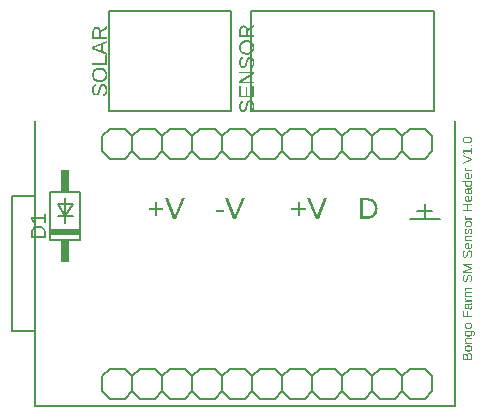
<source format=gbr>
G04 EAGLE Gerber RS-274X export*
G75*
%MOMM*%
%FSLAX34Y34*%
%LPD*%
%INSilkscreen Top*%
%IPPOS*%
%AMOC8*
5,1,8,0,0,1.08239X$1,22.5*%
G01*
G04 Define Apertures*
%ADD10C,0.152400*%
%ADD11R,2.540000X0.508000*%
%ADD12R,0.762000X1.905000*%
G36*
X139285Y195086D02*
X136819Y195086D01*
X132059Y182916D01*
X131029Y179861D01*
X129998Y182916D01*
X125214Y195086D01*
X122748Y195086D01*
X129802Y177800D01*
X132231Y177800D01*
X139285Y195086D01*
G37*
G36*
X116182Y185259D02*
X121384Y185259D01*
X121384Y187050D01*
X116182Y187050D01*
X116182Y192301D01*
X114378Y192301D01*
X114378Y187050D01*
X109177Y187050D01*
X109177Y185259D01*
X114378Y185259D01*
X114378Y180008D01*
X116182Y180008D01*
X116182Y185259D01*
G37*
G36*
X190123Y195086D02*
X187657Y195086D01*
X182897Y182916D01*
X181866Y179861D01*
X180836Y182916D01*
X176051Y195086D01*
X173585Y195086D01*
X180640Y177800D01*
X183069Y177800D01*
X190123Y195086D01*
G37*
G36*
X172350Y185455D02*
X166216Y185455D01*
X166216Y183492D01*
X172350Y183492D01*
X172350Y185455D01*
G37*
G36*
X259935Y195086D02*
X257469Y195086D01*
X252709Y182916D01*
X251679Y179861D01*
X250648Y182916D01*
X245864Y195086D01*
X243398Y195086D01*
X250452Y177800D01*
X252881Y177800D01*
X259935Y195086D01*
G37*
G36*
X236832Y185259D02*
X242034Y185259D01*
X242034Y187050D01*
X236832Y187050D01*
X236832Y192301D01*
X235028Y192301D01*
X235028Y187050D01*
X229827Y187050D01*
X229827Y185259D01*
X235028Y185259D01*
X235028Y180008D01*
X236832Y180008D01*
X236832Y185259D01*
G37*
G36*
X294893Y177817D02*
X295491Y177867D01*
X296071Y177950D01*
X296632Y178067D01*
X297175Y178217D01*
X297699Y178400D01*
X298205Y178617D01*
X298693Y178867D01*
X299158Y179149D01*
X299595Y179460D01*
X300006Y179800D01*
X300389Y180169D01*
X300745Y180568D01*
X301074Y180996D01*
X301375Y181454D01*
X301649Y181940D01*
X301894Y182452D01*
X302106Y182985D01*
X302285Y183539D01*
X302432Y184113D01*
X302546Y184709D01*
X302627Y185325D01*
X302676Y185963D01*
X302692Y186621D01*
X302683Y187121D01*
X302655Y187607D01*
X302608Y188078D01*
X302543Y188535D01*
X302459Y188977D01*
X302357Y189405D01*
X302235Y189818D01*
X302096Y190217D01*
X301937Y190601D01*
X301760Y190971D01*
X301564Y191326D01*
X301350Y191666D01*
X301117Y191992D01*
X300865Y192304D01*
X300595Y192601D01*
X300306Y192884D01*
X300000Y193150D01*
X299678Y193400D01*
X299341Y193632D01*
X298988Y193847D01*
X298619Y194045D01*
X298234Y194226D01*
X297834Y194389D01*
X297418Y194535D01*
X296987Y194664D01*
X296540Y194776D01*
X296077Y194871D01*
X295599Y194948D01*
X295104Y195008D01*
X294595Y195051D01*
X294069Y195077D01*
X293528Y195086D01*
X287811Y195086D01*
X287811Y177800D01*
X294276Y177800D01*
X294893Y177817D01*
G37*
%LPC*%
G36*
X290154Y179677D02*
X290154Y193209D01*
X293479Y193209D01*
X293890Y193202D01*
X294288Y193182D01*
X294675Y193149D01*
X295049Y193103D01*
X295411Y193044D01*
X295760Y192971D01*
X296097Y192886D01*
X296422Y192787D01*
X296734Y192675D01*
X297034Y192550D01*
X297322Y192411D01*
X297598Y192260D01*
X297861Y192095D01*
X298112Y191917D01*
X298350Y191726D01*
X298576Y191522D01*
X298789Y191305D01*
X298989Y191076D01*
X299175Y190836D01*
X299346Y190583D01*
X299505Y190318D01*
X299649Y190042D01*
X299780Y189753D01*
X299897Y189453D01*
X300000Y189141D01*
X300089Y188817D01*
X300165Y188480D01*
X300227Y188132D01*
X300275Y187772D01*
X300309Y187400D01*
X300330Y187017D01*
X300337Y186621D01*
X300325Y186096D01*
X300288Y185589D01*
X300228Y185099D01*
X300144Y184627D01*
X300035Y184173D01*
X299902Y183736D01*
X299745Y183317D01*
X299564Y182916D01*
X299360Y182535D01*
X299136Y182177D01*
X298890Y181842D01*
X298624Y181529D01*
X298337Y181240D01*
X298028Y180974D01*
X297699Y180731D01*
X297349Y180511D01*
X296982Y180316D01*
X296600Y180146D01*
X296204Y180003D01*
X295793Y179886D01*
X295368Y179794D01*
X294928Y179729D01*
X294475Y179690D01*
X294006Y179677D01*
X290154Y179677D01*
G37*
%LPD*%
G36*
X382778Y61200D02*
X382769Y61532D01*
X382741Y61846D01*
X382696Y62141D01*
X382632Y62417D01*
X382549Y62674D01*
X382449Y62913D01*
X382330Y63133D01*
X382193Y63334D01*
X382039Y63514D01*
X381871Y63669D01*
X381688Y63801D01*
X381491Y63909D01*
X381279Y63993D01*
X381052Y64053D01*
X380811Y64089D01*
X380555Y64101D01*
X380362Y64093D01*
X380177Y64069D01*
X380001Y64029D01*
X379833Y63974D01*
X379674Y63902D01*
X379523Y63814D01*
X379381Y63711D01*
X379247Y63591D01*
X379181Y63519D01*
X379124Y63457D01*
X379014Y63310D01*
X378916Y63149D01*
X378831Y62974D01*
X378758Y62786D01*
X378699Y62584D01*
X378652Y62369D01*
X378617Y62141D01*
X378516Y62479D01*
X378376Y62777D01*
X378197Y63034D01*
X378148Y63082D01*
X377979Y63250D01*
X377727Y63421D01*
X377447Y63544D01*
X377139Y63617D01*
X376974Y63636D01*
X376803Y63642D01*
X376571Y63631D01*
X376354Y63598D01*
X376152Y63544D01*
X375965Y63468D01*
X375793Y63371D01*
X375636Y63251D01*
X375494Y63110D01*
X375366Y62947D01*
X375254Y62763D01*
X375157Y62557D01*
X375075Y62329D01*
X375007Y62079D01*
X374955Y61808D01*
X374918Y61515D01*
X374895Y61201D01*
X374888Y60864D01*
X374888Y57997D01*
X382778Y57997D01*
X382778Y61200D01*
G37*
G36*
X379312Y241734D02*
X379765Y241766D01*
X380187Y241819D01*
X380580Y241894D01*
X380943Y241990D01*
X381277Y242107D01*
X381580Y242246D01*
X381854Y242406D01*
X382097Y242588D01*
X382307Y242790D01*
X382485Y243014D01*
X382631Y243259D01*
X382744Y243525D01*
X382825Y243812D01*
X382874Y244121D01*
X382890Y244450D01*
X382874Y244780D01*
X382825Y245089D01*
X382744Y245377D01*
X382630Y245645D01*
X382483Y245892D01*
X382304Y246118D01*
X382093Y246324D01*
X381848Y246508D01*
X381573Y246672D01*
X381269Y246813D01*
X380936Y246933D01*
X380573Y247031D01*
X380181Y247107D01*
X379760Y247162D01*
X379310Y247194D01*
X378830Y247205D01*
X378343Y247195D01*
X377886Y247164D01*
X377461Y247112D01*
X377066Y247039D01*
X376702Y246946D01*
X376369Y246832D01*
X376066Y246697D01*
X375795Y246542D01*
X375555Y246364D01*
X375347Y246164D01*
X375170Y245941D01*
X375026Y245695D01*
X374914Y245427D01*
X374834Y245135D01*
X374786Y244821D01*
X374770Y244484D01*
X374786Y244137D01*
X374833Y243815D01*
X374913Y243517D01*
X375023Y243243D01*
X375166Y242993D01*
X375340Y242767D01*
X375546Y242565D01*
X375784Y242387D01*
X376053Y242231D01*
X376354Y242096D01*
X376687Y241982D01*
X377052Y241889D01*
X377449Y241816D01*
X377877Y241764D01*
X378338Y241733D01*
X378830Y241723D01*
X379312Y241734D01*
G37*
G36*
X380143Y77952D02*
X380499Y77977D01*
X380829Y78018D01*
X381133Y78075D01*
X381410Y78149D01*
X381661Y78239D01*
X381886Y78345D01*
X382084Y78468D01*
X382257Y78608D01*
X382407Y78766D01*
X382534Y78943D01*
X382638Y79139D01*
X382719Y79353D01*
X382777Y79585D01*
X382811Y79836D01*
X382823Y80106D01*
X382804Y80428D01*
X382749Y80730D01*
X382657Y81011D01*
X382529Y81270D01*
X382523Y81279D01*
X382364Y81506D01*
X382163Y81716D01*
X381926Y81898D01*
X381652Y82054D01*
X381652Y82066D01*
X382627Y82066D01*
X382840Y82060D01*
X383040Y82042D01*
X383226Y82013D01*
X383399Y81972D01*
X383557Y81919D01*
X383702Y81854D01*
X383833Y81777D01*
X383950Y81689D01*
X384053Y81589D01*
X384143Y81477D01*
X384219Y81354D01*
X384281Y81218D01*
X384329Y81071D01*
X384363Y80912D01*
X384383Y80751D01*
X384384Y80742D01*
X384391Y80559D01*
X384377Y80293D01*
X384334Y80053D01*
X384263Y79841D01*
X384164Y79655D01*
X384039Y79498D01*
X383889Y79371D01*
X383715Y79275D01*
X383517Y79210D01*
X383663Y78196D01*
X383837Y78245D01*
X384001Y78306D01*
X384154Y78381D01*
X384298Y78469D01*
X384431Y78570D01*
X384554Y78684D01*
X384769Y78952D01*
X384860Y79105D01*
X384939Y79271D01*
X385006Y79450D01*
X385061Y79641D01*
X385103Y79845D01*
X385134Y80061D01*
X385152Y80290D01*
X385158Y80531D01*
X385148Y80838D01*
X385118Y81126D01*
X385068Y81393D01*
X384998Y81641D01*
X384909Y81869D01*
X384799Y82077D01*
X384669Y82265D01*
X384520Y82434D01*
X384350Y82583D01*
X384160Y82711D01*
X383951Y82820D01*
X383722Y82910D01*
X383472Y82979D01*
X383203Y83028D01*
X382914Y83058D01*
X382604Y83068D01*
X377973Y83068D01*
X377184Y83076D01*
X376719Y83102D01*
X376719Y82144D01*
X376852Y82122D01*
X377172Y82099D01*
X377755Y82077D01*
X377755Y82066D01*
X377499Y81923D01*
X377274Y81754D01*
X377080Y81558D01*
X376918Y81335D01*
X376789Y81088D01*
X376697Y80819D01*
X376642Y80529D01*
X376624Y80218D01*
X376636Y79940D01*
X376671Y79680D01*
X376731Y79439D01*
X376815Y79216D01*
X376922Y79011D01*
X377054Y78825D01*
X377209Y78657D01*
X377388Y78507D01*
X377592Y78375D01*
X377823Y78261D01*
X378080Y78164D01*
X378363Y78085D01*
X378673Y78023D01*
X379009Y77979D01*
X379371Y77953D01*
X379760Y77944D01*
X380143Y77952D01*
G37*
G36*
X380156Y204796D02*
X380511Y204822D01*
X380841Y204864D01*
X381146Y204923D01*
X381426Y204999D01*
X381681Y205092D01*
X381912Y205202D01*
X382117Y205328D01*
X382298Y205473D01*
X382455Y205636D01*
X382588Y205819D01*
X382697Y206021D01*
X382781Y206241D01*
X382842Y206481D01*
X382878Y206739D01*
X382890Y207017D01*
X382874Y207344D01*
X382827Y207645D01*
X382748Y207917D01*
X382638Y208162D01*
X382491Y208381D01*
X382303Y208578D01*
X382074Y208752D01*
X381804Y208904D01*
X381804Y208926D01*
X382364Y208946D01*
X382778Y208982D01*
X382778Y209945D01*
X382315Y209920D01*
X381529Y209912D01*
X374468Y209912D01*
X374468Y208904D01*
X376982Y208904D01*
X377660Y208915D01*
X377660Y208904D01*
X377404Y208753D01*
X377185Y208579D01*
X377003Y208383D01*
X376859Y208165D01*
X376749Y207921D01*
X376670Y207648D01*
X376623Y207347D01*
X376607Y207017D01*
X376619Y206747D01*
X376656Y206494D01*
X376718Y206259D01*
X376805Y206042D01*
X376916Y205841D01*
X377053Y205658D01*
X377214Y205493D01*
X377399Y205345D01*
X377610Y205214D01*
X377845Y205101D01*
X378105Y205006D01*
X378390Y204927D01*
X378699Y204866D01*
X379034Y204823D01*
X379393Y204797D01*
X379776Y204788D01*
X380156Y204796D01*
G37*
G36*
X380114Y65205D02*
X380462Y65236D01*
X380788Y65289D01*
X381092Y65363D01*
X381373Y65459D01*
X381631Y65575D01*
X381867Y65713D01*
X382081Y65872D01*
X382270Y66051D01*
X382435Y66251D01*
X382574Y66471D01*
X382688Y66712D01*
X382776Y66972D01*
X382839Y67253D01*
X382877Y67555D01*
X382890Y67876D01*
X382878Y68200D01*
X382841Y68503D01*
X382781Y68787D01*
X382695Y69051D01*
X382586Y69295D01*
X382452Y69520D01*
X382294Y69724D01*
X382112Y69909D01*
X381904Y70073D01*
X381672Y70216D01*
X381414Y70336D01*
X381130Y70434D01*
X380821Y70511D01*
X380487Y70566D01*
X380128Y70598D01*
X379743Y70609D01*
X379354Y70599D01*
X378992Y70568D01*
X378656Y70517D01*
X378346Y70445D01*
X378063Y70353D01*
X377806Y70241D01*
X377576Y70108D01*
X377371Y69954D01*
X377192Y69779D01*
X377037Y69581D01*
X376905Y69360D01*
X376798Y69115D01*
X376714Y68849D01*
X376655Y68559D01*
X376619Y68246D01*
X376607Y67910D01*
X376619Y67581D01*
X376656Y67274D01*
X376717Y66987D01*
X376803Y66722D01*
X376913Y66478D01*
X377048Y66255D01*
X377207Y66053D01*
X377391Y65873D01*
X377599Y65714D01*
X377832Y65576D01*
X378089Y65459D01*
X378371Y65364D01*
X378677Y65290D01*
X379008Y65237D01*
X379363Y65205D01*
X379743Y65194D01*
X380114Y65205D01*
G37*
G36*
X380114Y84330D02*
X380462Y84361D01*
X380788Y84414D01*
X381092Y84488D01*
X381373Y84584D01*
X381631Y84700D01*
X381867Y84838D01*
X382081Y84997D01*
X382270Y85176D01*
X382435Y85376D01*
X382574Y85596D01*
X382688Y85837D01*
X382776Y86097D01*
X382839Y86378D01*
X382877Y86680D01*
X382890Y87001D01*
X382878Y87325D01*
X382841Y87628D01*
X382781Y87912D01*
X382695Y88176D01*
X382586Y88420D01*
X382452Y88645D01*
X382294Y88849D01*
X382112Y89034D01*
X381904Y89198D01*
X381672Y89341D01*
X381414Y89461D01*
X381130Y89559D01*
X380821Y89636D01*
X380487Y89691D01*
X380128Y89723D01*
X379743Y89734D01*
X379354Y89724D01*
X378992Y89693D01*
X378656Y89642D01*
X378346Y89570D01*
X378063Y89478D01*
X377806Y89366D01*
X377576Y89233D01*
X377371Y89079D01*
X377192Y88904D01*
X377037Y88706D01*
X376905Y88485D01*
X376798Y88240D01*
X376714Y87974D01*
X376655Y87684D01*
X376619Y87371D01*
X376607Y87035D01*
X376619Y86706D01*
X376656Y86399D01*
X376717Y86112D01*
X376803Y85847D01*
X376913Y85603D01*
X377048Y85380D01*
X377207Y85178D01*
X377391Y84998D01*
X377599Y84839D01*
X377832Y84701D01*
X378089Y84584D01*
X378371Y84489D01*
X378677Y84415D01*
X379008Y84362D01*
X379363Y84330D01*
X379743Y84319D01*
X380114Y84330D01*
G37*
G36*
X380114Y170392D02*
X380462Y170424D01*
X380788Y170477D01*
X381092Y170551D01*
X381373Y170646D01*
X381631Y170763D01*
X381867Y170900D01*
X382081Y171059D01*
X382270Y171239D01*
X382435Y171439D01*
X382574Y171659D01*
X382688Y171899D01*
X382776Y172160D01*
X382839Y172441D01*
X382877Y172742D01*
X382890Y173064D01*
X382878Y173387D01*
X382841Y173691D01*
X382781Y173975D01*
X382695Y174239D01*
X382586Y174483D01*
X382452Y174707D01*
X382294Y174912D01*
X382112Y175097D01*
X381904Y175261D01*
X381672Y175403D01*
X381414Y175523D01*
X381130Y175622D01*
X380821Y175698D01*
X380487Y175753D01*
X380128Y175786D01*
X379743Y175797D01*
X379354Y175787D01*
X378992Y175756D01*
X378656Y175705D01*
X378346Y175633D01*
X378063Y175541D01*
X377806Y175428D01*
X377576Y175295D01*
X377371Y175142D01*
X377192Y174966D01*
X377037Y174768D01*
X376905Y174547D01*
X376798Y174303D01*
X376714Y174036D01*
X376655Y173746D01*
X376619Y173433D01*
X376607Y173098D01*
X376619Y172769D01*
X376656Y172461D01*
X376717Y172175D01*
X376803Y171909D01*
X376913Y171665D01*
X377048Y171443D01*
X377207Y171241D01*
X377391Y171061D01*
X377599Y170901D01*
X377832Y170764D01*
X378089Y170647D01*
X378371Y170551D01*
X378677Y170477D01*
X379008Y170424D01*
X379363Y170392D01*
X379743Y170382D01*
X380114Y170392D01*
G37*
G36*
X382778Y132887D02*
X377514Y132887D01*
X376456Y132864D01*
X375834Y132847D01*
X376450Y133032D01*
X377402Y133346D01*
X382778Y135412D01*
X382778Y136163D01*
X377402Y138201D01*
X376727Y138433D01*
X375834Y138694D01*
X376657Y138656D01*
X377514Y138643D01*
X382778Y138643D01*
X382778Y139607D01*
X374888Y139607D01*
X374888Y138235D01*
X380359Y136174D01*
X380933Y135981D01*
X381331Y135862D01*
X381613Y135793D01*
X381067Y135656D01*
X380359Y135440D01*
X374888Y133340D01*
X374888Y131935D01*
X382778Y131935D01*
X382778Y132887D01*
G37*
G36*
X381291Y100894D02*
X381484Y100916D01*
X381666Y100952D01*
X381837Y101002D01*
X381997Y101067D01*
X382145Y101145D01*
X382282Y101239D01*
X382408Y101346D01*
X382521Y101468D01*
X382619Y101604D01*
X382702Y101755D01*
X382770Y101919D01*
X382822Y102098D01*
X382860Y102290D01*
X382882Y102497D01*
X382890Y102718D01*
X382872Y103071D01*
X382818Y103397D01*
X382728Y103694D01*
X382602Y103964D01*
X382432Y104213D01*
X382212Y104445D01*
X381941Y104662D01*
X381619Y104863D01*
X381619Y104897D01*
X381912Y104927D01*
X382163Y104986D01*
X382372Y105072D01*
X382540Y105185D01*
X382669Y105332D01*
X382761Y105516D01*
X382816Y105739D01*
X382834Y106000D01*
X382812Y106393D01*
X382744Y106778D01*
X382117Y106778D01*
X382147Y106603D01*
X382156Y106448D01*
X382142Y106296D01*
X382100Y106171D01*
X382029Y106072D01*
X381930Y106000D01*
X381802Y105949D01*
X381648Y105912D01*
X381465Y105890D01*
X381255Y105882D01*
X378645Y105882D01*
X378405Y105873D01*
X378179Y105846D01*
X377968Y105801D01*
X377771Y105738D01*
X377589Y105657D01*
X377421Y105558D01*
X377269Y105441D01*
X377130Y105306D01*
X377008Y105153D01*
X376901Y104982D01*
X376811Y104793D01*
X376738Y104587D01*
X376680Y104364D01*
X376640Y104122D01*
X376615Y103863D01*
X376607Y103586D01*
X376613Y103322D01*
X376632Y103073D01*
X376664Y102839D01*
X376709Y102620D01*
X376767Y102415D01*
X376837Y102226D01*
X376920Y102052D01*
X377016Y101892D01*
X377124Y101748D01*
X377246Y101619D01*
X377380Y101504D01*
X377527Y101404D01*
X377686Y101320D01*
X377859Y101250D01*
X378044Y101196D01*
X378242Y101156D01*
X378337Y102209D01*
X378102Y102255D01*
X377902Y102332D01*
X377736Y102440D01*
X377604Y102578D01*
X377503Y102755D01*
X377431Y102979D01*
X377388Y103248D01*
X377374Y103564D01*
X377394Y103878D01*
X377454Y104146D01*
X377554Y104370D01*
X377693Y104550D01*
X377879Y104687D01*
X378117Y104785D01*
X378408Y104844D01*
X378752Y104863D01*
X379082Y104863D01*
X379104Y103502D01*
X379120Y103170D01*
X379151Y102861D01*
X379196Y102576D01*
X379256Y102314D01*
X379330Y102077D01*
X379419Y101863D01*
X379523Y101673D01*
X379642Y101506D01*
X379775Y101361D01*
X379921Y101235D01*
X380081Y101129D01*
X380255Y101042D01*
X380443Y100974D01*
X380644Y100926D01*
X380858Y100897D01*
X381087Y100887D01*
X381291Y100894D01*
G37*
G36*
X381291Y198426D02*
X381484Y198447D01*
X381666Y198483D01*
X381837Y198533D01*
X381997Y198598D01*
X382145Y198677D01*
X382282Y198770D01*
X382408Y198878D01*
X382521Y199000D01*
X382619Y199136D01*
X382702Y199286D01*
X382770Y199450D01*
X382822Y199629D01*
X382860Y199822D01*
X382882Y200029D01*
X382890Y200250D01*
X382872Y200603D01*
X382818Y200928D01*
X382728Y201226D01*
X382602Y201496D01*
X382432Y201744D01*
X382212Y201977D01*
X381941Y202193D01*
X381619Y202394D01*
X381619Y202428D01*
X381912Y202459D01*
X382163Y202517D01*
X382372Y202603D01*
X382540Y202716D01*
X382669Y202863D01*
X382761Y203048D01*
X382816Y203270D01*
X382834Y203531D01*
X382812Y203925D01*
X382744Y204310D01*
X382117Y204310D01*
X382147Y204135D01*
X382156Y203979D01*
X382142Y203827D01*
X382100Y203702D01*
X382029Y203603D01*
X381930Y203531D01*
X381802Y203480D01*
X381648Y203443D01*
X381465Y203421D01*
X381255Y203414D01*
X378645Y203414D01*
X378405Y203405D01*
X378179Y203378D01*
X377968Y203333D01*
X377771Y203269D01*
X377589Y203188D01*
X377421Y203089D01*
X377269Y202972D01*
X377130Y202837D01*
X377008Y202684D01*
X376901Y202513D01*
X376811Y202325D01*
X376738Y202119D01*
X376680Y201895D01*
X376640Y201653D01*
X376615Y201394D01*
X376607Y201118D01*
X376613Y200854D01*
X376632Y200604D01*
X376664Y200370D01*
X376709Y200151D01*
X376767Y199947D01*
X376837Y199757D01*
X376920Y199583D01*
X377016Y199424D01*
X377124Y199279D01*
X377246Y199150D01*
X377380Y199035D01*
X377527Y198936D01*
X377686Y198851D01*
X377859Y198782D01*
X378044Y198727D01*
X378242Y198687D01*
X378337Y199740D01*
X378102Y199786D01*
X377902Y199863D01*
X377736Y199971D01*
X377604Y200110D01*
X377503Y200287D01*
X377431Y200510D01*
X377388Y200780D01*
X377374Y201095D01*
X377394Y201409D01*
X377454Y201678D01*
X377554Y201902D01*
X377693Y202081D01*
X377879Y202218D01*
X378117Y202316D01*
X378408Y202375D01*
X378752Y202394D01*
X379082Y202394D01*
X379104Y201034D01*
X379120Y200701D01*
X379151Y200392D01*
X379196Y200107D01*
X379256Y199846D01*
X379330Y199608D01*
X379419Y199394D01*
X379523Y199204D01*
X379642Y199037D01*
X379775Y198892D01*
X379921Y198767D01*
X380081Y198660D01*
X380255Y198573D01*
X380443Y198505D01*
X380644Y198457D01*
X380858Y198428D01*
X381087Y198418D01*
X381291Y198426D01*
G37*
G36*
X377160Y111374D02*
X378012Y111383D01*
X382778Y111383D01*
X382778Y112385D01*
X379267Y112385D01*
X379049Y112391D01*
X378844Y112409D01*
X378652Y112438D01*
X378472Y112479D01*
X378304Y112532D01*
X378150Y112596D01*
X378008Y112672D01*
X377878Y112760D01*
X377763Y112858D01*
X377662Y112965D01*
X377578Y113079D01*
X377508Y113203D01*
X377455Y113334D01*
X377416Y113474D01*
X377393Y113623D01*
X377385Y113779D01*
X377406Y114069D01*
X377469Y114310D01*
X377574Y114503D01*
X377721Y114647D01*
X377923Y114753D01*
X378193Y114828D01*
X378531Y114873D01*
X378936Y114888D01*
X382778Y114888D01*
X382778Y115885D01*
X379267Y115885D01*
X378842Y115908D01*
X378468Y115977D01*
X378301Y116028D01*
X378146Y116091D01*
X378004Y116166D01*
X377875Y116252D01*
X377760Y116348D01*
X377661Y116454D01*
X377577Y116568D01*
X377508Y116692D01*
X377454Y116825D01*
X377416Y116967D01*
X377393Y117119D01*
X377385Y117279D01*
X377406Y117569D01*
X377469Y117810D01*
X377574Y118003D01*
X377721Y118147D01*
X377923Y118253D01*
X378193Y118328D01*
X378531Y118373D01*
X378936Y118388D01*
X382778Y118388D01*
X382778Y119385D01*
X378740Y119385D01*
X378466Y119379D01*
X378212Y119359D01*
X377978Y119326D01*
X377763Y119281D01*
X377569Y119222D01*
X377394Y119150D01*
X377240Y119066D01*
X377105Y118968D01*
X376988Y118856D01*
X376887Y118728D01*
X376802Y118584D01*
X376731Y118425D01*
X376677Y118251D01*
X376638Y118060D01*
X376615Y117854D01*
X376607Y117632D01*
X376624Y117328D01*
X376674Y117046D01*
X376758Y116789D01*
X376876Y116554D01*
X377031Y116340D01*
X377230Y116142D01*
X377471Y115961D01*
X377755Y115795D01*
X377755Y115779D01*
X377476Y115685D01*
X377237Y115561D01*
X377039Y115406D01*
X376881Y115221D01*
X376761Y115003D01*
X376675Y114749D01*
X376624Y114459D01*
X376607Y114132D01*
X376623Y113841D01*
X376670Y113574D01*
X376749Y113329D01*
X376859Y113107D01*
X377009Y112903D01*
X377209Y112711D01*
X377457Y112531D01*
X377755Y112363D01*
X377755Y112346D01*
X377153Y112326D01*
X376870Y112312D01*
X376719Y112301D01*
X376719Y111349D01*
X377160Y111374D01*
G37*
G36*
X380092Y151898D02*
X380450Y151931D01*
X380784Y151986D01*
X381094Y152063D01*
X381379Y152162D01*
X381640Y152283D01*
X381877Y152425D01*
X382089Y152590D01*
X382277Y152776D01*
X382440Y152981D01*
X382577Y153207D01*
X382690Y153453D01*
X382777Y153719D01*
X382840Y154005D01*
X382877Y154311D01*
X382890Y154637D01*
X382868Y155097D01*
X382800Y155514D01*
X382688Y155887D01*
X382532Y156217D01*
X382330Y156504D01*
X382084Y156748D01*
X381792Y156949D01*
X381456Y157106D01*
X381204Y156222D01*
X381397Y156136D01*
X381573Y156018D01*
X381730Y155868D01*
X381871Y155687D01*
X381986Y155473D01*
X382068Y155227D01*
X382118Y154948D01*
X382134Y154637D01*
X382125Y154436D01*
X382099Y154247D01*
X382054Y154071D01*
X381993Y153907D01*
X381913Y153756D01*
X381816Y153617D01*
X381701Y153491D01*
X381568Y153377D01*
X381420Y153276D01*
X381256Y153188D01*
X381077Y153114D01*
X380884Y153053D01*
X380676Y153006D01*
X380452Y152973D01*
X380214Y152952D01*
X379961Y152946D01*
X379961Y157269D01*
X379827Y157269D01*
X379437Y157258D01*
X379072Y157227D01*
X378733Y157175D01*
X378418Y157102D01*
X378129Y157008D01*
X377865Y156893D01*
X377626Y156757D01*
X377412Y156601D01*
X377223Y156424D01*
X377060Y156225D01*
X376921Y156006D01*
X376808Y155766D01*
X376720Y155505D01*
X376657Y155224D01*
X376619Y154921D01*
X376607Y154598D01*
X376619Y154281D01*
X376657Y153983D01*
X376719Y153704D01*
X376807Y153443D01*
X376920Y153202D01*
X377057Y152979D01*
X377220Y152775D01*
X377408Y152590D01*
X377619Y152425D01*
X377852Y152283D01*
X378107Y152162D01*
X378383Y152063D01*
X378682Y151986D01*
X379003Y151931D01*
X379345Y151898D01*
X379709Y151887D01*
X380092Y151898D01*
G37*
G36*
X380092Y192054D02*
X380450Y192087D01*
X380784Y192142D01*
X381094Y192219D01*
X381379Y192318D01*
X381640Y192439D01*
X381877Y192582D01*
X382089Y192746D01*
X382277Y192932D01*
X382440Y193138D01*
X382577Y193364D01*
X382690Y193609D01*
X382777Y193875D01*
X382840Y194161D01*
X382877Y194467D01*
X382890Y194793D01*
X382868Y195253D01*
X382800Y195670D01*
X382688Y196043D01*
X382532Y196374D01*
X382330Y196661D01*
X382084Y196905D01*
X381792Y197105D01*
X381456Y197263D01*
X381204Y196378D01*
X381397Y196292D01*
X381573Y196174D01*
X381730Y196025D01*
X381871Y195843D01*
X381986Y195629D01*
X382068Y195383D01*
X382118Y195104D01*
X382134Y194793D01*
X382125Y194592D01*
X382099Y194403D01*
X382054Y194227D01*
X381993Y194064D01*
X381913Y193912D01*
X381816Y193773D01*
X381701Y193647D01*
X381568Y193533D01*
X381420Y193432D01*
X381256Y193344D01*
X381077Y193270D01*
X380884Y193210D01*
X380676Y193162D01*
X380452Y193129D01*
X380214Y193109D01*
X379961Y193102D01*
X379961Y197425D01*
X379827Y197425D01*
X379437Y197415D01*
X379072Y197383D01*
X378733Y197331D01*
X378418Y197258D01*
X378129Y197164D01*
X377865Y197049D01*
X377626Y196914D01*
X377412Y196757D01*
X377223Y196580D01*
X377060Y196382D01*
X376921Y196162D01*
X376808Y195922D01*
X376720Y195662D01*
X376657Y195380D01*
X376619Y195077D01*
X376607Y194754D01*
X376619Y194437D01*
X376657Y194139D01*
X376719Y193860D01*
X376807Y193600D01*
X376920Y193358D01*
X377057Y193135D01*
X377220Y192931D01*
X377408Y192746D01*
X377619Y192582D01*
X377852Y192439D01*
X378107Y192318D01*
X378383Y192219D01*
X378682Y192142D01*
X379003Y192087D01*
X379345Y192054D01*
X379709Y192043D01*
X380092Y192054D01*
G37*
G36*
X380092Y211179D02*
X380450Y211212D01*
X380784Y211267D01*
X381094Y211344D01*
X381379Y211443D01*
X381640Y211564D01*
X381877Y211707D01*
X382089Y211871D01*
X382277Y212057D01*
X382440Y212263D01*
X382577Y212489D01*
X382690Y212734D01*
X382777Y213000D01*
X382840Y213286D01*
X382877Y213592D01*
X382890Y213918D01*
X382868Y214378D01*
X382800Y214795D01*
X382688Y215168D01*
X382532Y215499D01*
X382330Y215786D01*
X382084Y216030D01*
X381792Y216230D01*
X381456Y216388D01*
X381204Y215503D01*
X381397Y215417D01*
X381573Y215299D01*
X381730Y215150D01*
X381871Y214968D01*
X381986Y214754D01*
X382068Y214508D01*
X382118Y214229D01*
X382134Y213918D01*
X382125Y213717D01*
X382099Y213528D01*
X382054Y213352D01*
X381993Y213189D01*
X381913Y213037D01*
X381816Y212898D01*
X381701Y212772D01*
X381568Y212658D01*
X381420Y212557D01*
X381256Y212469D01*
X381077Y212395D01*
X380884Y212335D01*
X380676Y212287D01*
X380452Y212254D01*
X380214Y212234D01*
X379961Y212227D01*
X379961Y216550D01*
X379827Y216550D01*
X379437Y216540D01*
X379072Y216508D01*
X378733Y216456D01*
X378418Y216383D01*
X378129Y216289D01*
X377865Y216174D01*
X377626Y216039D01*
X377412Y215882D01*
X377223Y215705D01*
X377060Y215507D01*
X376921Y215287D01*
X376808Y215047D01*
X376720Y214787D01*
X376657Y214505D01*
X376619Y214202D01*
X376607Y213879D01*
X376619Y213562D01*
X376657Y213264D01*
X376719Y212985D01*
X376807Y212725D01*
X376920Y212483D01*
X377057Y212260D01*
X377220Y212056D01*
X377408Y211871D01*
X377619Y211707D01*
X377852Y211564D01*
X378107Y211443D01*
X378383Y211344D01*
X378682Y211267D01*
X379003Y211212D01*
X379345Y211179D01*
X379709Y211168D01*
X380092Y211179D01*
G37*
G36*
X382778Y185285D02*
X379121Y185285D01*
X379121Y189553D01*
X382778Y189553D01*
X382778Y190622D01*
X374888Y190622D01*
X374888Y189553D01*
X378225Y189553D01*
X378225Y185285D01*
X374888Y185285D01*
X374888Y184216D01*
X382778Y184216D01*
X382778Y185285D01*
G37*
G36*
X381128Y123925D02*
X381355Y124011D01*
X381567Y124116D01*
X381762Y124239D01*
X381942Y124382D01*
X382107Y124544D01*
X382256Y124724D01*
X382389Y124924D01*
X382506Y125142D01*
X382608Y125379D01*
X382694Y125636D01*
X382765Y125911D01*
X382820Y126205D01*
X382859Y126518D01*
X382882Y126850D01*
X382890Y127201D01*
X382881Y127578D01*
X382853Y127934D01*
X382806Y128267D01*
X382740Y128578D01*
X382656Y128868D01*
X382553Y129136D01*
X382431Y129382D01*
X382291Y129607D01*
X382133Y129807D01*
X381960Y129980D01*
X381772Y130127D01*
X381568Y130247D01*
X381349Y130341D01*
X381115Y130407D01*
X380865Y130447D01*
X380600Y130461D01*
X380391Y130453D01*
X380196Y130431D01*
X380016Y130393D01*
X379849Y130340D01*
X379551Y130197D01*
X379295Y130007D01*
X379078Y129775D01*
X378897Y129506D01*
X378745Y129207D01*
X378614Y128887D01*
X378502Y128549D01*
X378407Y128195D01*
X378236Y127470D01*
X378015Y126564D01*
X377918Y126247D01*
X377830Y126020D01*
X377743Y125849D01*
X377647Y125699D01*
X377542Y125570D01*
X377427Y125463D01*
X377300Y125378D01*
X377158Y125318D01*
X376999Y125282D01*
X376825Y125269D01*
X376675Y125277D01*
X376534Y125301D01*
X376402Y125340D01*
X376281Y125394D01*
X376169Y125464D01*
X376066Y125550D01*
X375973Y125651D01*
X375890Y125768D01*
X375753Y126045D01*
X375655Y126378D01*
X375596Y126767D01*
X375576Y127213D01*
X375594Y127620D01*
X375647Y127981D01*
X375736Y128295D01*
X375859Y128562D01*
X376022Y128786D01*
X376228Y128971D01*
X376477Y129117D01*
X376769Y129223D01*
X376584Y130276D01*
X376346Y130198D01*
X376125Y130106D01*
X375923Y130002D01*
X375738Y129884D01*
X375572Y129753D01*
X375424Y129608D01*
X375294Y129450D01*
X375182Y129279D01*
X375085Y129091D01*
X375002Y128884D01*
X374931Y128657D01*
X374873Y128410D01*
X374828Y128143D01*
X374796Y127856D01*
X374776Y127550D01*
X374770Y127224D01*
X374779Y126873D01*
X374804Y126543D01*
X374847Y126234D01*
X374907Y125946D01*
X374984Y125679D01*
X375079Y125433D01*
X375190Y125208D01*
X375319Y125003D01*
X375463Y124822D01*
X375622Y124664D01*
X375796Y124531D01*
X375984Y124422D01*
X376186Y124337D01*
X376404Y124276D01*
X376635Y124240D01*
X376881Y124228D01*
X377096Y124237D01*
X377298Y124265D01*
X377488Y124311D01*
X377665Y124376D01*
X377831Y124459D01*
X377985Y124558D01*
X378129Y124673D01*
X378262Y124805D01*
X378386Y124957D01*
X378505Y125136D01*
X378617Y125340D01*
X378724Y125569D01*
X378827Y125839D01*
X378931Y126166D01*
X379138Y126989D01*
X379368Y127969D01*
X379487Y128380D01*
X379631Y128730D01*
X379714Y128881D01*
X379809Y129014D01*
X379913Y129129D01*
X380028Y129226D01*
X380158Y129303D01*
X380306Y129358D01*
X380472Y129391D01*
X380656Y129402D01*
X380823Y129393D01*
X380979Y129367D01*
X381125Y129323D01*
X381261Y129262D01*
X381386Y129182D01*
X381501Y129086D01*
X381606Y128971D01*
X381700Y128839D01*
X381783Y128691D01*
X381856Y128529D01*
X381917Y128351D01*
X381967Y128158D01*
X382033Y127729D01*
X382056Y127241D01*
X382035Y126766D01*
X381972Y126343D01*
X381868Y125973D01*
X381722Y125656D01*
X381633Y125517D01*
X381532Y125390D01*
X381419Y125276D01*
X381295Y125174D01*
X381158Y125085D01*
X381010Y125009D01*
X380850Y124945D01*
X380678Y124894D01*
X380885Y123858D01*
X381128Y123925D01*
G37*
G36*
X381128Y144331D02*
X381355Y144417D01*
X381567Y144522D01*
X381762Y144646D01*
X381942Y144788D01*
X382107Y144950D01*
X382256Y145130D01*
X382389Y145330D01*
X382506Y145548D01*
X382608Y145786D01*
X382694Y146042D01*
X382765Y146317D01*
X382820Y146611D01*
X382859Y146925D01*
X382882Y147257D01*
X382890Y147608D01*
X382881Y147985D01*
X382853Y148340D01*
X382806Y148673D01*
X382740Y148985D01*
X382656Y149274D01*
X382553Y149542D01*
X382431Y149789D01*
X382291Y150013D01*
X382133Y150213D01*
X381960Y150387D01*
X381772Y150533D01*
X381568Y150653D01*
X381349Y150747D01*
X381115Y150814D01*
X380865Y150854D01*
X380600Y150867D01*
X380391Y150859D01*
X380196Y150837D01*
X380016Y150799D01*
X379849Y150747D01*
X379551Y150603D01*
X379295Y150413D01*
X379078Y150182D01*
X378897Y149912D01*
X378745Y149613D01*
X378614Y149293D01*
X378502Y148955D01*
X378407Y148602D01*
X378236Y147877D01*
X378015Y146971D01*
X377918Y146653D01*
X377830Y146426D01*
X377743Y146255D01*
X377647Y146105D01*
X377542Y145976D01*
X377427Y145869D01*
X377300Y145784D01*
X377158Y145724D01*
X376999Y145688D01*
X376825Y145676D01*
X376675Y145684D01*
X376534Y145707D01*
X376402Y145746D01*
X376281Y145800D01*
X376169Y145870D01*
X376066Y145956D01*
X375973Y146057D01*
X375890Y146174D01*
X375753Y146451D01*
X375655Y146785D01*
X375596Y147174D01*
X375576Y147619D01*
X375594Y148027D01*
X375647Y148388D01*
X375736Y148701D01*
X375859Y148969D01*
X376022Y149193D01*
X376228Y149377D01*
X376477Y149523D01*
X376769Y149629D01*
X376584Y150682D01*
X376346Y150604D01*
X376125Y150513D01*
X375923Y150408D01*
X375738Y150290D01*
X375572Y150159D01*
X375424Y150014D01*
X375294Y149856D01*
X375182Y149685D01*
X375085Y149498D01*
X375002Y149290D01*
X374931Y149063D01*
X374873Y148816D01*
X374828Y148549D01*
X374796Y148263D01*
X374776Y147956D01*
X374770Y147630D01*
X374779Y147279D01*
X374804Y146950D01*
X374847Y146641D01*
X374907Y146353D01*
X374984Y146086D01*
X375079Y145839D01*
X375190Y145614D01*
X375319Y145410D01*
X375463Y145228D01*
X375622Y145070D01*
X375796Y144937D01*
X375984Y144828D01*
X376186Y144743D01*
X376404Y144683D01*
X376635Y144646D01*
X376881Y144634D01*
X377096Y144643D01*
X377298Y144671D01*
X377488Y144718D01*
X377665Y144783D01*
X377831Y144865D01*
X377985Y144964D01*
X378129Y145079D01*
X378262Y145211D01*
X378386Y145364D01*
X378505Y145542D01*
X378617Y145746D01*
X378724Y145975D01*
X378827Y146246D01*
X378931Y146572D01*
X379138Y147395D01*
X379368Y148375D01*
X379487Y148787D01*
X379631Y149137D01*
X379714Y149287D01*
X379809Y149420D01*
X379913Y149535D01*
X380028Y149632D01*
X380158Y149709D01*
X380306Y149764D01*
X380472Y149797D01*
X380656Y149809D01*
X380823Y149800D01*
X380979Y149773D01*
X381125Y149729D01*
X381261Y149668D01*
X381386Y149589D01*
X381501Y149492D01*
X381606Y149378D01*
X381700Y149246D01*
X381783Y149098D01*
X381856Y148935D01*
X381917Y148757D01*
X381967Y148565D01*
X382033Y148135D01*
X382056Y147647D01*
X382035Y147172D01*
X381972Y146750D01*
X381868Y146380D01*
X381722Y146062D01*
X381633Y145923D01*
X381532Y145796D01*
X381419Y145682D01*
X381295Y145581D01*
X381158Y145492D01*
X381010Y145415D01*
X380850Y145352D01*
X380678Y145301D01*
X380885Y144265D01*
X381128Y144331D01*
G37*
%LPC*%
G36*
X378413Y242749D02*
X378026Y242768D01*
X377669Y242799D01*
X377343Y242844D01*
X377048Y242901D01*
X376783Y242971D01*
X376548Y243053D01*
X376344Y243148D01*
X376166Y243258D01*
X376013Y243384D01*
X375883Y243526D01*
X375777Y243685D01*
X375694Y243860D01*
X375635Y244052D01*
X375599Y244260D01*
X375588Y244484D01*
X375600Y244703D01*
X375636Y244905D01*
X375696Y245092D01*
X375779Y245263D01*
X375887Y245418D01*
X376019Y245556D01*
X376175Y245679D01*
X376355Y245786D01*
X376561Y245878D01*
X376797Y245959D01*
X377063Y246026D01*
X377357Y246082D01*
X377681Y246125D01*
X378035Y246156D01*
X378418Y246174D01*
X378830Y246181D01*
X379228Y246174D01*
X379600Y246155D01*
X379945Y246122D01*
X380264Y246077D01*
X380556Y246019D01*
X380821Y245947D01*
X381060Y245863D01*
X381272Y245766D01*
X381458Y245655D01*
X381620Y245529D01*
X381756Y245388D01*
X381868Y245233D01*
X381955Y245062D01*
X382017Y244877D01*
X382054Y244677D01*
X382067Y244461D01*
X382055Y244245D01*
X382018Y244044D01*
X381957Y243858D01*
X381872Y243686D01*
X381763Y243531D01*
X381629Y243390D01*
X381471Y243264D01*
X381288Y243154D01*
X381080Y243057D01*
X380843Y242974D01*
X380578Y242903D01*
X380285Y242845D01*
X379963Y242800D01*
X379614Y242768D01*
X379236Y242749D01*
X378830Y242742D01*
X378413Y242749D01*
G37*
%LPD*%
G36*
X382778Y95410D02*
X379580Y95410D01*
X379580Y99812D01*
X378696Y99812D01*
X378696Y95410D01*
X375761Y95410D01*
X375761Y99946D01*
X374888Y99946D01*
X374888Y94341D01*
X382778Y94341D01*
X382778Y95410D01*
G37*
G36*
X382778Y227327D02*
X382778Y228435D01*
X374888Y231655D01*
X374888Y230530D01*
X380443Y228357D01*
X381837Y227887D01*
X380443Y227416D01*
X374888Y225232D01*
X374888Y224107D01*
X382778Y227327D01*
G37*
G36*
X377160Y71874D02*
X378012Y71883D01*
X382778Y71883D01*
X382778Y72891D01*
X379267Y72891D01*
X379052Y72897D01*
X378849Y72917D01*
X378658Y72950D01*
X378479Y72996D01*
X378312Y73055D01*
X378157Y73127D01*
X378014Y73212D01*
X377884Y73311D01*
X377767Y73421D01*
X377666Y73540D01*
X377580Y73669D01*
X377510Y73808D01*
X377455Y73956D01*
X377416Y74114D01*
X377393Y74281D01*
X377385Y74459D01*
X377394Y74693D01*
X377422Y74897D01*
X377467Y75071D01*
X377531Y75215D01*
X377615Y75335D01*
X377723Y75437D01*
X377853Y75522D01*
X378007Y75590D01*
X378189Y75641D01*
X378404Y75678D01*
X378654Y75700D01*
X378936Y75707D01*
X382778Y75707D01*
X382778Y76721D01*
X378740Y76721D01*
X378465Y76714D01*
X378210Y76692D01*
X377975Y76656D01*
X377760Y76606D01*
X377565Y76541D01*
X377391Y76461D01*
X377236Y76367D01*
X377102Y76259D01*
X376986Y76135D01*
X376886Y75995D01*
X376800Y75837D01*
X376731Y75663D01*
X376677Y75473D01*
X376638Y75265D01*
X376615Y75041D01*
X376607Y74800D01*
X376623Y74475D01*
X376672Y74178D01*
X376753Y73908D01*
X376867Y73666D01*
X377020Y73445D01*
X377219Y73237D01*
X377464Y73043D01*
X377755Y72863D01*
X377755Y72846D01*
X377153Y72826D01*
X376870Y72812D01*
X376719Y72801D01*
X376719Y71849D01*
X377160Y71874D01*
G37*
G36*
X377160Y158562D02*
X378012Y158570D01*
X382778Y158570D01*
X382778Y159578D01*
X379267Y159578D01*
X379052Y159585D01*
X378849Y159604D01*
X378658Y159637D01*
X378479Y159683D01*
X378312Y159742D01*
X378157Y159814D01*
X378014Y159900D01*
X377884Y159998D01*
X377767Y160108D01*
X377666Y160227D01*
X377580Y160357D01*
X377510Y160495D01*
X377455Y160643D01*
X377416Y160801D01*
X377393Y160969D01*
X377385Y161146D01*
X377394Y161380D01*
X377422Y161584D01*
X377467Y161758D01*
X377531Y161902D01*
X377615Y162022D01*
X377723Y162125D01*
X377853Y162210D01*
X378007Y162277D01*
X378189Y162329D01*
X378404Y162366D01*
X378654Y162388D01*
X378936Y162395D01*
X382778Y162395D01*
X382778Y163409D01*
X378740Y163409D01*
X378465Y163401D01*
X378210Y163380D01*
X377975Y163344D01*
X377760Y163293D01*
X377565Y163228D01*
X377391Y163149D01*
X377236Y163055D01*
X377102Y162947D01*
X376986Y162823D01*
X376886Y162682D01*
X376800Y162525D01*
X376731Y162351D01*
X376677Y162160D01*
X376638Y161953D01*
X376615Y161729D01*
X376607Y161488D01*
X376623Y161163D01*
X376672Y160865D01*
X376753Y160596D01*
X376867Y160354D01*
X377020Y160132D01*
X377219Y159925D01*
X377464Y159731D01*
X377755Y159550D01*
X377755Y159533D01*
X377153Y159514D01*
X376870Y159500D01*
X376719Y159489D01*
X376719Y158537D01*
X377160Y158562D01*
G37*
G36*
X381547Y164522D02*
X381724Y164588D01*
X381889Y164668D01*
X382041Y164761D01*
X382180Y164868D01*
X382305Y164987D01*
X382418Y165121D01*
X382518Y165267D01*
X382605Y165429D01*
X382681Y165606D01*
X382745Y165800D01*
X382797Y166010D01*
X382838Y166236D01*
X382867Y166478D01*
X382884Y166737D01*
X382890Y167012D01*
X382883Y167295D01*
X382861Y167562D01*
X382825Y167812D01*
X382774Y168047D01*
X382708Y168265D01*
X382629Y168467D01*
X382534Y168653D01*
X382425Y168823D01*
X382303Y168975D01*
X382168Y169106D01*
X382022Y169217D01*
X381862Y169308D01*
X381691Y169379D01*
X381508Y169430D01*
X381312Y169460D01*
X381104Y169470D01*
X380935Y169463D01*
X380775Y169442D01*
X380625Y169407D01*
X380485Y169358D01*
X380229Y169223D01*
X380006Y169042D01*
X379808Y168800D01*
X379628Y168484D01*
X379541Y168280D01*
X379450Y168020D01*
X379256Y167331D01*
X379071Y166631D01*
X378931Y166222D01*
X378801Y165991D01*
X378645Y165824D01*
X378556Y165766D01*
X378455Y165724D01*
X378343Y165698D01*
X378220Y165690D01*
X378023Y165710D01*
X377853Y165771D01*
X377709Y165873D01*
X377592Y166015D01*
X377502Y166200D01*
X377437Y166429D01*
X377398Y166704D01*
X377385Y167023D01*
X377399Y167315D01*
X377439Y167576D01*
X377507Y167807D01*
X377601Y168006D01*
X377720Y168171D01*
X377863Y168302D01*
X378030Y168397D01*
X378220Y168456D01*
X378108Y169364D01*
X377920Y169318D01*
X377745Y169258D01*
X377584Y169185D01*
X377436Y169098D01*
X377301Y168998D01*
X377179Y168884D01*
X377071Y168757D01*
X376976Y168616D01*
X376822Y168295D01*
X376712Y167922D01*
X376646Y167498D01*
X376624Y167023D01*
X376630Y166748D01*
X376651Y166491D01*
X376685Y166250D01*
X376732Y166027D01*
X376793Y165820D01*
X376868Y165630D01*
X376956Y165457D01*
X377058Y165301D01*
X377172Y165162D01*
X377299Y165042D01*
X377439Y164941D01*
X377590Y164858D01*
X377754Y164793D01*
X377931Y164747D01*
X378119Y164719D01*
X378320Y164710D01*
X378536Y164723D01*
X378733Y164762D01*
X378914Y164827D01*
X379076Y164917D01*
X379225Y165031D01*
X379361Y165164D01*
X379486Y165318D01*
X379600Y165491D01*
X379708Y165706D01*
X379818Y165983D01*
X379928Y166323D01*
X380040Y166726D01*
X380230Y167448D01*
X380308Y167704D01*
X380395Y167922D01*
X380493Y168101D01*
X380600Y168244D01*
X380720Y168351D01*
X380857Y168428D01*
X381011Y168475D01*
X381182Y168490D01*
X381403Y168468D01*
X381594Y168401D01*
X381755Y168290D01*
X381888Y168134D01*
X381991Y167931D01*
X382064Y167676D01*
X382108Y167369D01*
X382123Y167012D01*
X382109Y166673D01*
X382066Y166373D01*
X381995Y166113D01*
X381896Y165892D01*
X381766Y165707D01*
X381604Y165557D01*
X381409Y165441D01*
X381182Y165360D01*
X381356Y164469D01*
X381547Y164522D01*
G37*
%LPC*%
G36*
X379445Y66259D02*
X379168Y66277D01*
X378911Y66308D01*
X378674Y66351D01*
X378458Y66407D01*
X378262Y66475D01*
X378086Y66555D01*
X377931Y66647D01*
X377795Y66754D01*
X377678Y66875D01*
X377578Y67012D01*
X377497Y67165D01*
X377433Y67332D01*
X377388Y67515D01*
X377361Y67713D01*
X377352Y67927D01*
X377361Y68139D01*
X377387Y68335D01*
X377432Y68515D01*
X377494Y68679D01*
X377574Y68828D01*
X377671Y68961D01*
X377787Y69077D01*
X377920Y69178D01*
X378073Y69266D01*
X378247Y69341D01*
X378443Y69405D01*
X378660Y69458D01*
X378899Y69499D01*
X379159Y69528D01*
X379440Y69545D01*
X379743Y69551D01*
X380042Y69545D01*
X380321Y69527D01*
X380579Y69496D01*
X380817Y69454D01*
X381034Y69399D01*
X381231Y69332D01*
X381407Y69253D01*
X381563Y69162D01*
X381699Y69056D01*
X381818Y68935D01*
X381918Y68797D01*
X382000Y68643D01*
X382063Y68473D01*
X382109Y68287D01*
X382136Y68084D01*
X382145Y67865D01*
X382136Y67664D01*
X382108Y67476D01*
X382061Y67302D01*
X381995Y67142D01*
X381910Y66996D01*
X381807Y66864D01*
X381684Y66746D01*
X381543Y66642D01*
X381383Y66550D01*
X381205Y66471D01*
X381008Y66405D01*
X380792Y66350D01*
X380558Y66307D01*
X380305Y66277D01*
X380033Y66259D01*
X379743Y66252D01*
X379445Y66259D01*
G37*
G36*
X379445Y85384D02*
X379168Y85402D01*
X378911Y85433D01*
X378674Y85476D01*
X378458Y85532D01*
X378262Y85600D01*
X378086Y85680D01*
X377931Y85772D01*
X377795Y85879D01*
X377678Y86000D01*
X377578Y86137D01*
X377497Y86290D01*
X377433Y86457D01*
X377388Y86640D01*
X377361Y86838D01*
X377352Y87052D01*
X377361Y87264D01*
X377387Y87460D01*
X377432Y87640D01*
X377494Y87804D01*
X377574Y87953D01*
X377671Y88086D01*
X377787Y88202D01*
X377920Y88303D01*
X378073Y88391D01*
X378247Y88466D01*
X378443Y88530D01*
X378660Y88583D01*
X378899Y88624D01*
X379159Y88653D01*
X379440Y88670D01*
X379743Y88676D01*
X380042Y88670D01*
X380321Y88652D01*
X380579Y88621D01*
X380817Y88579D01*
X381034Y88524D01*
X381231Y88457D01*
X381407Y88378D01*
X381563Y88287D01*
X381699Y88181D01*
X381818Y88060D01*
X381918Y87922D01*
X382000Y87768D01*
X382063Y87598D01*
X382109Y87412D01*
X382136Y87209D01*
X382145Y86990D01*
X382136Y86789D01*
X382108Y86601D01*
X382061Y86427D01*
X381995Y86267D01*
X381910Y86121D01*
X381807Y85989D01*
X381684Y85871D01*
X381543Y85767D01*
X381383Y85675D01*
X381205Y85596D01*
X381008Y85530D01*
X380792Y85475D01*
X380558Y85432D01*
X380305Y85402D01*
X380033Y85384D01*
X379743Y85377D01*
X379445Y85384D01*
G37*
G36*
X379445Y171446D02*
X379168Y171465D01*
X378911Y171496D01*
X378674Y171539D01*
X378458Y171594D01*
X378262Y171662D01*
X378086Y171742D01*
X377931Y171835D01*
X377795Y171941D01*
X377678Y172063D01*
X377578Y172200D01*
X377497Y172352D01*
X377433Y172520D01*
X377388Y172703D01*
X377361Y172901D01*
X377352Y173114D01*
X377361Y173326D01*
X377387Y173522D01*
X377432Y173703D01*
X377494Y173867D01*
X377574Y174015D01*
X377671Y174148D01*
X377787Y174265D01*
X377920Y174366D01*
X378073Y174453D01*
X378247Y174529D01*
X378443Y174593D01*
X378660Y174645D01*
X378899Y174686D01*
X379159Y174715D01*
X379440Y174733D01*
X379743Y174738D01*
X380042Y174732D01*
X380321Y174714D01*
X380579Y174684D01*
X380817Y174641D01*
X381034Y174586D01*
X381231Y174519D01*
X381407Y174440D01*
X381563Y174349D01*
X381699Y174244D01*
X381818Y174122D01*
X381918Y173984D01*
X382000Y173830D01*
X382063Y173660D01*
X382109Y173474D01*
X382136Y173271D01*
X382145Y173053D01*
X382136Y172851D01*
X382108Y172663D01*
X382061Y172490D01*
X381995Y172330D01*
X381910Y172184D01*
X381807Y172052D01*
X381684Y171933D01*
X381543Y171829D01*
X381383Y171738D01*
X381205Y171659D01*
X381008Y171592D01*
X380792Y171537D01*
X380558Y171495D01*
X380305Y171464D01*
X380033Y171446D01*
X379743Y171440D01*
X379445Y171446D01*
G37*
%LPD*%
G36*
X382778Y237531D02*
X381921Y237531D01*
X381921Y235610D01*
X374888Y235610D01*
X374888Y234680D01*
X376170Y232816D01*
X377122Y232816D01*
X375851Y234596D01*
X381921Y234596D01*
X381921Y232586D01*
X382778Y232586D01*
X382778Y237531D01*
G37*
%LPC*%
G36*
X379154Y205867D02*
X378892Y205894D01*
X378653Y205931D01*
X378435Y205979D01*
X378240Y206037D01*
X378066Y206106D01*
X377914Y206185D01*
X377783Y206276D01*
X377668Y206381D01*
X377571Y206499D01*
X377492Y206630D01*
X377431Y206774D01*
X377387Y206931D01*
X377360Y207102D01*
X377352Y207285D01*
X377360Y207490D01*
X377387Y207680D01*
X377430Y207855D01*
X377492Y208016D01*
X377570Y208163D01*
X377667Y208296D01*
X377780Y208414D01*
X377912Y208517D01*
X378062Y208608D01*
X378232Y208686D01*
X378422Y208753D01*
X378633Y208807D01*
X378863Y208849D01*
X379114Y208880D01*
X379385Y208898D01*
X379676Y208904D01*
X379978Y208898D01*
X380259Y208880D01*
X380520Y208849D01*
X380761Y208807D01*
X380981Y208753D01*
X381180Y208686D01*
X381359Y208608D01*
X381518Y208517D01*
X381535Y208505D01*
X381657Y208413D01*
X381778Y208295D01*
X381880Y208161D01*
X381963Y208013D01*
X382028Y207851D01*
X382075Y207673D01*
X382102Y207481D01*
X382112Y207274D01*
X382103Y207092D01*
X382077Y206922D01*
X382034Y206766D01*
X381974Y206623D01*
X381897Y206493D01*
X381803Y206376D01*
X381691Y206273D01*
X381563Y206182D01*
X381414Y206103D01*
X381243Y206035D01*
X381050Y205977D01*
X380833Y205930D01*
X380595Y205893D01*
X380333Y205867D01*
X379743Y205846D01*
X379154Y205867D01*
G37*
G36*
X379165Y79008D02*
X378905Y79035D01*
X378668Y79074D01*
X378452Y79124D01*
X378257Y79184D01*
X378085Y79256D01*
X377934Y79338D01*
X377803Y79433D01*
X377689Y79541D01*
X377593Y79662D01*
X377514Y79796D01*
X377453Y79944D01*
X377409Y80104D01*
X377383Y80277D01*
X377374Y80464D01*
X377392Y80690D01*
X377445Y80904D01*
X377533Y81106D01*
X377657Y81296D01*
X377814Y81469D01*
X378003Y81621D01*
X378223Y81753D01*
X378474Y81864D01*
X378755Y81952D01*
X379060Y82015D01*
X379392Y82053D01*
X379748Y82066D01*
X380097Y82053D01*
X380421Y82015D01*
X380720Y81952D01*
X380994Y81864D01*
X381241Y81753D01*
X381457Y81620D01*
X381530Y81560D01*
X381643Y81467D01*
X381798Y81293D01*
X381921Y81101D01*
X382008Y80897D01*
X382061Y80679D01*
X382078Y80447D01*
X382070Y80254D01*
X382044Y80076D01*
X382002Y79913D01*
X381942Y79764D01*
X381866Y79630D01*
X381772Y79511D01*
X381662Y79406D01*
X381535Y79316D01*
X381388Y79239D01*
X381219Y79172D01*
X381029Y79115D01*
X380817Y79068D01*
X380326Y79006D01*
X379748Y78986D01*
X379165Y79008D01*
G37*
G36*
X379076Y59067D02*
X379076Y61060D01*
X379098Y61520D01*
X379164Y61918D01*
X379213Y62094D01*
X379273Y62255D01*
X379343Y62400D01*
X379425Y62530D01*
X379518Y62645D01*
X379621Y62745D01*
X379736Y62829D01*
X379861Y62898D01*
X379997Y62951D01*
X380144Y62990D01*
X380302Y63013D01*
X380471Y63020D01*
X380646Y63013D01*
X380810Y62992D01*
X380962Y62957D01*
X381104Y62908D01*
X381234Y62845D01*
X381353Y62768D01*
X381461Y62677D01*
X381557Y62572D01*
X381643Y62452D01*
X381716Y62315D01*
X381779Y62161D01*
X381830Y61991D01*
X381870Y61804D01*
X381898Y61601D01*
X381921Y61144D01*
X381921Y59067D01*
X379076Y59067D01*
G37*
G36*
X375744Y59067D02*
X375744Y60864D01*
X375762Y61254D01*
X375813Y61595D01*
X375899Y61887D01*
X376019Y62130D01*
X376093Y62232D01*
X376179Y62321D01*
X376276Y62396D01*
X376384Y62457D01*
X376504Y62505D01*
X376635Y62539D01*
X376778Y62560D01*
X376932Y62567D01*
X377093Y62560D01*
X377243Y62540D01*
X377383Y62507D01*
X377512Y62461D01*
X377630Y62401D01*
X377738Y62329D01*
X377834Y62243D01*
X377920Y62144D01*
X378061Y61905D01*
X378162Y61613D01*
X378222Y61266D01*
X378242Y60864D01*
X378242Y59067D01*
X375744Y59067D01*
G37*
%LPD*%
G36*
X377458Y107562D02*
X378130Y107570D01*
X382778Y107570D01*
X382778Y108578D01*
X379620Y108578D01*
X379145Y108599D01*
X378729Y108661D01*
X378371Y108764D01*
X378214Y108831D01*
X378071Y108909D01*
X377945Y108996D01*
X377835Y109092D01*
X377742Y109198D01*
X377666Y109313D01*
X377607Y109438D01*
X377565Y109571D01*
X377539Y109714D01*
X377531Y109866D01*
X377545Y110169D01*
X377587Y110404D01*
X376663Y110404D01*
X376621Y110198D01*
X376607Y109995D01*
X376625Y109725D01*
X376678Y109488D01*
X376768Y109283D01*
X376892Y109110D01*
X377066Y108958D01*
X377301Y108815D01*
X377598Y108681D01*
X377956Y108556D01*
X377956Y108533D01*
X376719Y108489D01*
X376719Y107537D01*
X377458Y107562D01*
G37*
G36*
X377458Y177062D02*
X378130Y177070D01*
X382778Y177070D01*
X382778Y178078D01*
X379620Y178078D01*
X379145Y178099D01*
X378729Y178161D01*
X378371Y178264D01*
X378214Y178331D01*
X378071Y178409D01*
X377945Y178496D01*
X377835Y178592D01*
X377742Y178698D01*
X377666Y178813D01*
X377607Y178938D01*
X377565Y179071D01*
X377539Y179214D01*
X377531Y179366D01*
X377545Y179669D01*
X377587Y179904D01*
X376663Y179904D01*
X376621Y179698D01*
X376607Y179495D01*
X376625Y179225D01*
X376678Y178988D01*
X376768Y178783D01*
X376892Y178610D01*
X377066Y178458D01*
X377301Y178315D01*
X377598Y178181D01*
X377956Y178056D01*
X377956Y178033D01*
X376719Y177989D01*
X376719Y177037D01*
X377458Y177062D01*
G37*
G36*
X377458Y217843D02*
X378130Y217851D01*
X382778Y217851D01*
X382778Y218859D01*
X379620Y218859D01*
X379145Y218880D01*
X378729Y218942D01*
X378371Y219045D01*
X378214Y219112D01*
X378071Y219190D01*
X377945Y219277D01*
X377835Y219374D01*
X377742Y219479D01*
X377666Y219594D01*
X377607Y219719D01*
X377565Y219852D01*
X377539Y219995D01*
X377531Y220147D01*
X377545Y220450D01*
X377587Y220685D01*
X376663Y220685D01*
X376621Y220479D01*
X376607Y220276D01*
X376625Y220007D01*
X376678Y219769D01*
X376768Y219564D01*
X376892Y219391D01*
X377066Y219239D01*
X377301Y219096D01*
X377598Y218962D01*
X377956Y218837D01*
X377956Y218815D01*
X376719Y218770D01*
X376719Y217818D01*
X377458Y217843D01*
G37*
%LPC*%
G36*
X380888Y101935D02*
X380693Y101972D01*
X380521Y102033D01*
X380370Y102119D01*
X380239Y102228D01*
X380126Y102358D01*
X380032Y102509D01*
X379956Y102682D01*
X379896Y102887D01*
X379852Y103135D01*
X379823Y103426D01*
X379810Y103760D01*
X379788Y104863D01*
X380286Y104863D01*
X380517Y104848D01*
X380745Y104801D01*
X380969Y104723D01*
X381190Y104614D01*
X381399Y104478D01*
X381583Y104319D01*
X381744Y104138D01*
X381882Y103934D01*
X381992Y103710D01*
X382071Y103472D01*
X382118Y103217D01*
X382134Y102948D01*
X382117Y102716D01*
X382067Y102512D01*
X381983Y102336D01*
X381865Y102189D01*
X381717Y102073D01*
X381540Y101990D01*
X381336Y101940D01*
X381104Y101923D01*
X380888Y101935D01*
G37*
G36*
X380888Y199467D02*
X380693Y199503D01*
X380521Y199565D01*
X380370Y199650D01*
X380239Y199759D01*
X380126Y199889D01*
X380032Y200041D01*
X379956Y200213D01*
X379896Y200418D01*
X379852Y200666D01*
X379823Y200957D01*
X379810Y201291D01*
X379788Y202394D01*
X380286Y202394D01*
X380517Y202379D01*
X380745Y202332D01*
X380969Y202254D01*
X381190Y202145D01*
X381399Y202009D01*
X381583Y201851D01*
X381744Y201669D01*
X381882Y201465D01*
X381992Y201242D01*
X382071Y201003D01*
X382118Y200749D01*
X382134Y200479D01*
X382117Y200247D01*
X382067Y200043D01*
X381983Y199868D01*
X381865Y199720D01*
X381717Y199604D01*
X381540Y199521D01*
X381336Y199471D01*
X381104Y199454D01*
X380888Y199467D01*
G37*
G36*
X378980Y152971D02*
X378783Y152998D01*
X378597Y153038D01*
X378423Y153089D01*
X378261Y153153D01*
X378110Y153229D01*
X377970Y153318D01*
X377842Y153419D01*
X377727Y153531D01*
X377627Y153652D01*
X377543Y153783D01*
X377474Y153923D01*
X377421Y154074D01*
X377382Y154233D01*
X377359Y154402D01*
X377352Y154581D01*
X377359Y154764D01*
X377379Y154937D01*
X377413Y155098D01*
X377462Y155249D01*
X377523Y155388D01*
X377599Y155516D01*
X377688Y155634D01*
X377791Y155740D01*
X377909Y155836D01*
X378043Y155922D01*
X378194Y155997D01*
X378360Y156063D01*
X378742Y156165D01*
X379188Y156227D01*
X379188Y152957D01*
X378980Y152971D01*
G37*
G36*
X378980Y193128D02*
X378783Y193155D01*
X378597Y193194D01*
X378423Y193245D01*
X378261Y193309D01*
X378110Y193386D01*
X377970Y193474D01*
X377842Y193575D01*
X377727Y193687D01*
X377627Y193808D01*
X377543Y193939D01*
X377474Y194080D01*
X377421Y194230D01*
X377382Y194389D01*
X377359Y194558D01*
X377352Y194737D01*
X377359Y194921D01*
X377379Y195093D01*
X377413Y195254D01*
X377462Y195405D01*
X377523Y195544D01*
X377599Y195673D01*
X377688Y195790D01*
X377791Y195896D01*
X377909Y195992D01*
X378043Y196078D01*
X378194Y196154D01*
X378360Y196220D01*
X378742Y196321D01*
X379188Y196383D01*
X379188Y193113D01*
X378980Y193128D01*
G37*
G36*
X378980Y212253D02*
X378783Y212280D01*
X378597Y212319D01*
X378423Y212370D01*
X378261Y212434D01*
X378110Y212511D01*
X377970Y212599D01*
X377842Y212700D01*
X377727Y212812D01*
X377627Y212933D01*
X377543Y213064D01*
X377474Y213205D01*
X377421Y213355D01*
X377382Y213514D01*
X377359Y213683D01*
X377352Y213862D01*
X377359Y214046D01*
X377379Y214218D01*
X377413Y214379D01*
X377462Y214530D01*
X377523Y214669D01*
X377599Y214798D01*
X377688Y214915D01*
X377791Y215021D01*
X377909Y215117D01*
X378043Y215203D01*
X378194Y215279D01*
X378360Y215345D01*
X378742Y215446D01*
X379188Y215508D01*
X379188Y212238D01*
X378980Y212253D01*
G37*
%LPD*%
G36*
X382778Y240227D02*
X381552Y240227D01*
X381552Y239135D01*
X382778Y239135D01*
X382778Y240227D01*
G37*
G36*
X192371Y316685D02*
X192835Y316719D01*
X193283Y316776D01*
X193716Y316856D01*
X194133Y316958D01*
X194536Y317083D01*
X194923Y317231D01*
X195295Y317401D01*
X195649Y317593D01*
X195982Y317805D01*
X196292Y318038D01*
X196582Y318291D01*
X196850Y318564D01*
X197096Y318858D01*
X197321Y319173D01*
X197524Y319507D01*
X197705Y319860D01*
X197862Y320230D01*
X197994Y320615D01*
X198103Y321017D01*
X198187Y321435D01*
X198247Y321870D01*
X198283Y322320D01*
X198295Y322787D01*
X198283Y323250D01*
X198246Y323698D01*
X198186Y324130D01*
X198100Y324546D01*
X197991Y324946D01*
X197857Y325331D01*
X197698Y325701D01*
X197516Y326054D01*
X197310Y326390D01*
X197084Y326706D01*
X196836Y327002D01*
X196568Y327277D01*
X196278Y327533D01*
X195967Y327768D01*
X195635Y327983D01*
X195282Y328178D01*
X194911Y328352D01*
X194525Y328502D01*
X194124Y328629D01*
X193708Y328733D01*
X193277Y328814D01*
X192830Y328872D01*
X192369Y328907D01*
X191893Y328918D01*
X191415Y328907D01*
X190953Y328873D01*
X190507Y328816D01*
X190077Y328736D01*
X189664Y328633D01*
X189267Y328507D01*
X188886Y328358D01*
X188521Y328187D01*
X188174Y327994D01*
X187849Y327781D01*
X187545Y327547D01*
X187263Y327293D01*
X187001Y327018D01*
X186761Y326723D01*
X186542Y326408D01*
X186344Y326072D01*
X186169Y325718D01*
X186017Y325349D01*
X185888Y324964D01*
X185783Y324563D01*
X185701Y324147D01*
X185642Y323715D01*
X185607Y323268D01*
X185595Y322805D01*
X185602Y322449D01*
X185621Y322102D01*
X185654Y321766D01*
X185700Y321439D01*
X185758Y321123D01*
X185830Y320816D01*
X185915Y320519D01*
X186012Y320232D01*
X186123Y319955D01*
X186247Y319688D01*
X186384Y319431D01*
X186534Y319184D01*
X186697Y318947D01*
X186873Y318719D01*
X187264Y318294D01*
X187701Y317915D01*
X188179Y317585D01*
X188433Y317440D01*
X188697Y317307D01*
X188971Y317187D01*
X189255Y317079D01*
X189550Y316984D01*
X189854Y316902D01*
X190169Y316832D01*
X190493Y316775D01*
X190828Y316731D01*
X191173Y316699D01*
X191528Y316680D01*
X191893Y316674D01*
X192371Y316685D01*
G37*
G36*
X198120Y332906D02*
X192996Y332906D01*
X192996Y336751D01*
X198120Y339957D01*
X198120Y341884D01*
X195067Y339872D01*
X192804Y338380D01*
X192731Y338723D01*
X192638Y339047D01*
X192522Y339352D01*
X192385Y339638D01*
X192293Y339794D01*
X192227Y339905D01*
X192047Y340153D01*
X191845Y340382D01*
X191621Y340592D01*
X191380Y340780D01*
X191125Y340942D01*
X190857Y341080D01*
X190575Y341193D01*
X190279Y341281D01*
X189969Y341343D01*
X189646Y341381D01*
X189309Y341393D01*
X188904Y341376D01*
X188523Y341322D01*
X188164Y341234D01*
X187828Y341110D01*
X187514Y340950D01*
X187224Y340755D01*
X186957Y340525D01*
X186712Y340259D01*
X186493Y339961D01*
X186304Y339632D01*
X186144Y339275D01*
X186012Y338887D01*
X185910Y338470D01*
X185838Y338023D01*
X185794Y337547D01*
X185779Y337040D01*
X185779Y331233D01*
X198120Y331233D01*
X198120Y332906D01*
G37*
%LPC*%
G36*
X191324Y318391D02*
X190789Y318445D01*
X190285Y318536D01*
X189815Y318662D01*
X189377Y318825D01*
X188971Y319023D01*
X188598Y319258D01*
X188258Y319529D01*
X187954Y319833D01*
X187691Y320168D01*
X187468Y320532D01*
X187286Y320926D01*
X187144Y321351D01*
X187043Y321805D01*
X186982Y322290D01*
X186962Y322805D01*
X186982Y323316D01*
X187044Y323797D01*
X187146Y324248D01*
X187290Y324669D01*
X187475Y325061D01*
X187701Y325423D01*
X187968Y325756D01*
X188275Y326059D01*
X188619Y326329D01*
X188994Y326563D01*
X189400Y326761D01*
X189837Y326923D01*
X190304Y327049D01*
X190803Y327138D01*
X191332Y327192D01*
X191893Y327210D01*
X192478Y327193D01*
X193029Y327139D01*
X193546Y327050D01*
X194029Y326925D01*
X194478Y326764D01*
X194892Y326568D01*
X195273Y326335D01*
X195619Y326067D01*
X195928Y325766D01*
X196196Y325434D01*
X196423Y325070D01*
X196608Y324676D01*
X196752Y324250D01*
X196855Y323794D01*
X196917Y323306D01*
X196938Y322787D01*
X196916Y322283D01*
X196853Y321806D01*
X196746Y321358D01*
X196597Y320938D01*
X196406Y320547D01*
X196172Y320184D01*
X195895Y319849D01*
X195576Y319542D01*
X195220Y319268D01*
X194835Y319031D01*
X194419Y318830D01*
X193974Y318665D01*
X193499Y318538D01*
X192993Y318446D01*
X192458Y318391D01*
X191893Y318373D01*
X191324Y318391D01*
G37*
%LPD*%
G36*
X198120Y293847D02*
X189922Y293847D01*
X188459Y293803D01*
X187610Y293760D01*
X198120Y300364D01*
X198120Y302378D01*
X185779Y302378D01*
X185779Y300872D01*
X193872Y300872D01*
X194879Y300898D01*
X196360Y300977D01*
X185779Y294303D01*
X185779Y292358D01*
X198120Y292358D01*
X198120Y293847D01*
G37*
G36*
X198120Y290112D02*
X196754Y290112D01*
X196754Y282062D01*
X192453Y282062D01*
X192453Y289227D01*
X191104Y289227D01*
X191104Y282062D01*
X187146Y282062D01*
X187146Y289752D01*
X185779Y289752D01*
X185779Y280390D01*
X198120Y280390D01*
X198120Y290112D01*
G37*
G36*
X195539Y267869D02*
X195895Y268003D01*
X196225Y268167D01*
X196531Y268360D01*
X196813Y268583D01*
X197070Y268836D01*
X197303Y269118D01*
X197511Y269430D01*
X197695Y269772D01*
X197854Y270143D01*
X197989Y270544D01*
X198099Y270974D01*
X198185Y271435D01*
X198246Y271924D01*
X198283Y272444D01*
X198295Y272993D01*
X198281Y273582D01*
X198237Y274138D01*
X198163Y274659D01*
X198061Y275146D01*
X197929Y275599D01*
X197768Y276019D01*
X197578Y276404D01*
X197358Y276755D01*
X197112Y277068D01*
X196841Y277339D01*
X196547Y277568D01*
X196228Y277756D01*
X195886Y277902D01*
X195519Y278007D01*
X195128Y278069D01*
X194713Y278090D01*
X194387Y278078D01*
X194082Y278043D01*
X193800Y277984D01*
X193539Y277902D01*
X193298Y277799D01*
X193073Y277677D01*
X192864Y277538D01*
X192672Y277381D01*
X192495Y277207D01*
X192333Y277018D01*
X192184Y276815D01*
X192050Y276597D01*
X191813Y276129D01*
X191608Y275629D01*
X191433Y275100D01*
X191284Y274547D01*
X191017Y273413D01*
X190836Y272634D01*
X190670Y271996D01*
X190518Y271500D01*
X190382Y271145D01*
X190246Y270877D01*
X190095Y270642D01*
X189930Y270441D01*
X189751Y270273D01*
X189553Y270141D01*
X189330Y270047D01*
X189082Y269990D01*
X188810Y269971D01*
X188574Y269983D01*
X188354Y270020D01*
X188148Y270081D01*
X187958Y270166D01*
X187783Y270276D01*
X187622Y270410D01*
X187477Y270568D01*
X187347Y270751D01*
X187232Y270956D01*
X187132Y271184D01*
X187048Y271434D01*
X186979Y271705D01*
X186926Y271999D01*
X186887Y272314D01*
X186864Y272651D01*
X186857Y273010D01*
X186863Y273338D01*
X186884Y273648D01*
X186919Y273939D01*
X186967Y274212D01*
X187029Y274467D01*
X187105Y274703D01*
X187195Y274921D01*
X187299Y275121D01*
X187418Y275304D01*
X187554Y275471D01*
X187706Y275624D01*
X187876Y275760D01*
X188062Y275882D01*
X188265Y275988D01*
X188485Y276079D01*
X188722Y276155D01*
X188433Y277801D01*
X188060Y277679D01*
X187715Y277536D01*
X187398Y277373D01*
X187109Y277188D01*
X186849Y276983D01*
X186618Y276757D01*
X186414Y276510D01*
X186239Y276242D01*
X186088Y275949D01*
X185957Y275624D01*
X185847Y275269D01*
X185756Y274882D01*
X185686Y274465D01*
X185636Y274017D01*
X185605Y273538D01*
X185595Y273028D01*
X185609Y272479D01*
X185649Y271963D01*
X185716Y271480D01*
X185810Y271030D01*
X185931Y270612D01*
X186078Y270227D01*
X186252Y269875D01*
X186454Y269555D01*
X186680Y269271D01*
X186928Y269024D01*
X187200Y268816D01*
X187494Y268645D01*
X187811Y268513D01*
X188150Y268418D01*
X188512Y268361D01*
X188897Y268342D01*
X189233Y268356D01*
X189550Y268400D01*
X189846Y268473D01*
X190123Y268574D01*
X190382Y268703D01*
X190624Y268858D01*
X190849Y269038D01*
X191056Y269244D01*
X191251Y269483D01*
X191436Y269762D01*
X191612Y270081D01*
X191779Y270440D01*
X191941Y270863D01*
X192103Y271374D01*
X192265Y271973D01*
X192427Y272660D01*
X192786Y274193D01*
X192874Y274527D01*
X192972Y274836D01*
X193080Y275122D01*
X193198Y275384D01*
X193329Y275620D01*
X193476Y275827D01*
X193639Y276007D01*
X193820Y276159D01*
X194022Y276280D01*
X194253Y276366D01*
X194513Y276418D01*
X194801Y276435D01*
X195062Y276421D01*
X195307Y276380D01*
X195535Y276311D01*
X195748Y276215D01*
X195944Y276091D01*
X196123Y275940D01*
X196287Y275761D01*
X196434Y275555D01*
X196564Y275323D01*
X196677Y275068D01*
X196773Y274790D01*
X196851Y274489D01*
X196912Y274165D01*
X196955Y273818D01*
X196981Y273448D01*
X196990Y273054D01*
X196982Y272672D01*
X196958Y272311D01*
X196917Y271971D01*
X196860Y271651D01*
X196787Y271351D01*
X196697Y271072D01*
X196591Y270813D01*
X196469Y270575D01*
X196330Y270358D01*
X196172Y270159D01*
X195995Y269981D01*
X195800Y269822D01*
X195587Y269683D01*
X195355Y269564D01*
X195104Y269464D01*
X194836Y269384D01*
X195160Y267764D01*
X195539Y267869D01*
G37*
G36*
X195539Y304775D02*
X195895Y304909D01*
X196225Y305073D01*
X196531Y305266D01*
X196813Y305489D01*
X197070Y305742D01*
X197303Y306024D01*
X197511Y306336D01*
X197695Y306678D01*
X197854Y307049D01*
X197989Y307450D01*
X198099Y307881D01*
X198185Y308341D01*
X198246Y308831D01*
X198283Y309350D01*
X198295Y309899D01*
X198281Y310489D01*
X198237Y311044D01*
X198163Y311565D01*
X198061Y312053D01*
X197929Y312506D01*
X197768Y312925D01*
X197578Y313310D01*
X197358Y313661D01*
X197112Y313974D01*
X196841Y314245D01*
X196547Y314475D01*
X196228Y314663D01*
X195886Y314809D01*
X195519Y314913D01*
X195128Y314976D01*
X194713Y314996D01*
X194387Y314985D01*
X194082Y314949D01*
X193800Y314891D01*
X193539Y314808D01*
X193298Y314705D01*
X193073Y314584D01*
X192864Y314444D01*
X192672Y314287D01*
X192495Y314113D01*
X192333Y313925D01*
X192184Y313721D01*
X192050Y313503D01*
X191813Y313036D01*
X191608Y312535D01*
X191433Y312007D01*
X191284Y311454D01*
X191017Y310319D01*
X190836Y309540D01*
X190670Y308903D01*
X190518Y308406D01*
X190382Y308051D01*
X190246Y307783D01*
X190095Y307548D01*
X189930Y307347D01*
X189751Y307179D01*
X189553Y307047D01*
X189330Y306953D01*
X189082Y306896D01*
X188810Y306877D01*
X188574Y306890D01*
X188354Y306926D01*
X188148Y306987D01*
X187958Y307072D01*
X187783Y307182D01*
X187622Y307316D01*
X187477Y307474D01*
X187347Y307657D01*
X187232Y307863D01*
X187132Y308090D01*
X187048Y308340D01*
X186979Y308612D01*
X186926Y308905D01*
X186887Y309220D01*
X186864Y309557D01*
X186857Y309917D01*
X186863Y310245D01*
X186884Y310554D01*
X186919Y310846D01*
X186967Y311119D01*
X187029Y311373D01*
X187105Y311610D01*
X187195Y311828D01*
X187299Y312027D01*
X187418Y312210D01*
X187554Y312378D01*
X187706Y312530D01*
X187876Y312667D01*
X188062Y312788D01*
X188265Y312894D01*
X188485Y312985D01*
X188722Y313061D01*
X188433Y314707D01*
X188060Y314585D01*
X187715Y314443D01*
X187398Y314279D01*
X187109Y314094D01*
X186849Y313889D01*
X186618Y313663D01*
X186414Y313416D01*
X186239Y313148D01*
X186088Y312855D01*
X185957Y312530D01*
X185847Y312175D01*
X185756Y311789D01*
X185686Y311371D01*
X185636Y310923D01*
X185605Y310444D01*
X185595Y309934D01*
X185609Y309385D01*
X185649Y308870D01*
X185716Y308386D01*
X185810Y307936D01*
X185931Y307518D01*
X186078Y307133D01*
X186252Y306781D01*
X186454Y306461D01*
X186680Y306177D01*
X186928Y305931D01*
X187200Y305722D01*
X187494Y305551D01*
X187811Y305419D01*
X188150Y305324D01*
X188512Y305267D01*
X188897Y305248D01*
X189233Y305263D01*
X189550Y305306D01*
X189846Y305379D01*
X190123Y305480D01*
X190382Y305609D01*
X190624Y305764D01*
X190849Y305944D01*
X191056Y306150D01*
X191251Y306389D01*
X191436Y306668D01*
X191612Y306987D01*
X191779Y307346D01*
X191941Y307769D01*
X192103Y308280D01*
X192265Y308879D01*
X192427Y309566D01*
X192786Y311099D01*
X192874Y311433D01*
X192972Y311743D01*
X193080Y312028D01*
X193198Y312290D01*
X193329Y312526D01*
X193476Y312734D01*
X193639Y312913D01*
X193820Y313065D01*
X194022Y313186D01*
X194253Y313272D01*
X194513Y313324D01*
X194801Y313341D01*
X195062Y313327D01*
X195307Y313286D01*
X195535Y313217D01*
X195748Y313121D01*
X195944Y312997D01*
X196123Y312846D01*
X196287Y312667D01*
X196434Y312461D01*
X196564Y312229D01*
X196677Y311975D01*
X196773Y311697D01*
X196851Y311396D01*
X196912Y311072D01*
X196955Y310724D01*
X196981Y310354D01*
X196990Y309960D01*
X196982Y309579D01*
X196958Y309217D01*
X196917Y308877D01*
X196860Y308557D01*
X196787Y308257D01*
X196697Y307978D01*
X196591Y307720D01*
X196469Y307482D01*
X196330Y307264D01*
X196172Y307066D01*
X195995Y306887D01*
X195800Y306728D01*
X195587Y306589D01*
X195355Y306470D01*
X195104Y306370D01*
X194836Y306291D01*
X195160Y304670D01*
X195539Y304775D01*
G37*
%LPC*%
G36*
X187119Y332906D02*
X187119Y336874D01*
X187128Y337208D01*
X187155Y337521D01*
X187199Y337815D01*
X187261Y338088D01*
X187340Y338341D01*
X187437Y338574D01*
X187552Y338787D01*
X187684Y338980D01*
X187833Y339152D01*
X187999Y339300D01*
X188180Y339426D01*
X188377Y339529D01*
X188591Y339609D01*
X188820Y339666D01*
X189065Y339700D01*
X189326Y339712D01*
X189597Y339700D01*
X189852Y339666D01*
X190091Y339610D01*
X190315Y339531D01*
X190524Y339429D01*
X190717Y339305D01*
X190894Y339158D01*
X191056Y338989D01*
X191201Y338799D01*
X191326Y338590D01*
X191433Y338363D01*
X191519Y338116D01*
X191587Y337851D01*
X191635Y337568D01*
X191664Y337265D01*
X191674Y336944D01*
X191674Y332906D01*
X187119Y332906D01*
G37*
%LPD*%
G36*
X67911Y293533D02*
X68375Y293568D01*
X68823Y293624D01*
X69256Y293704D01*
X69673Y293806D01*
X70076Y293931D01*
X70463Y294079D01*
X70835Y294249D01*
X71189Y294441D01*
X71522Y294653D01*
X71832Y294886D01*
X72122Y295139D01*
X72390Y295413D01*
X72636Y295707D01*
X72861Y296021D01*
X73064Y296355D01*
X73245Y296708D01*
X73402Y297078D01*
X73534Y297463D01*
X73643Y297865D01*
X73727Y298283D01*
X73787Y298718D01*
X73823Y299169D01*
X73835Y299636D01*
X73823Y300099D01*
X73786Y300546D01*
X73726Y300978D01*
X73640Y301394D01*
X73531Y301794D01*
X73397Y302179D01*
X73238Y302549D01*
X73056Y302902D01*
X72850Y303238D01*
X72624Y303554D01*
X72376Y303850D01*
X72108Y304125D01*
X71818Y304381D01*
X71507Y304616D01*
X71175Y304831D01*
X70822Y305026D01*
X70451Y305200D01*
X70065Y305350D01*
X69664Y305477D01*
X69248Y305582D01*
X68817Y305662D01*
X68370Y305720D01*
X67909Y305755D01*
X67433Y305767D01*
X66955Y305755D01*
X66493Y305721D01*
X66047Y305664D01*
X65617Y305584D01*
X65204Y305481D01*
X64807Y305355D01*
X64426Y305207D01*
X64061Y305035D01*
X63714Y304842D01*
X63389Y304629D01*
X63085Y304395D01*
X62803Y304141D01*
X62541Y303866D01*
X62301Y303571D01*
X62082Y303256D01*
X61884Y302920D01*
X61709Y302566D01*
X61557Y302197D01*
X61428Y301812D01*
X61323Y301411D01*
X61241Y300995D01*
X61182Y300563D01*
X61147Y300116D01*
X61135Y299653D01*
X61142Y299297D01*
X61161Y298950D01*
X61194Y298614D01*
X61240Y298287D01*
X61298Y297971D01*
X61370Y297664D01*
X61455Y297367D01*
X61552Y297080D01*
X61663Y296803D01*
X61787Y296536D01*
X61924Y296279D01*
X62074Y296032D01*
X62237Y295795D01*
X62413Y295567D01*
X62804Y295142D01*
X63241Y294763D01*
X63719Y294434D01*
X63973Y294288D01*
X64237Y294155D01*
X64511Y294035D01*
X64795Y293927D01*
X65090Y293832D01*
X65394Y293750D01*
X65709Y293680D01*
X66033Y293623D01*
X66368Y293579D01*
X66713Y293547D01*
X67068Y293528D01*
X67433Y293522D01*
X67911Y293533D01*
G37*
G36*
X73660Y331692D02*
X68536Y331692D01*
X68536Y335537D01*
X73660Y338742D01*
X73660Y340669D01*
X70607Y338657D01*
X68344Y337166D01*
X68271Y337509D01*
X68178Y337833D01*
X68062Y338138D01*
X67925Y338424D01*
X67833Y338580D01*
X67767Y338691D01*
X67587Y338939D01*
X67385Y339168D01*
X67161Y339377D01*
X66920Y339565D01*
X66665Y339728D01*
X66397Y339866D01*
X66115Y339978D01*
X65819Y340066D01*
X65509Y340129D01*
X65186Y340166D01*
X64849Y340179D01*
X64444Y340161D01*
X64063Y340108D01*
X63704Y340019D01*
X63368Y339895D01*
X63054Y339736D01*
X62764Y339541D01*
X62497Y339310D01*
X62252Y339045D01*
X62033Y338746D01*
X61844Y338418D01*
X61684Y338060D01*
X61552Y337673D01*
X61450Y337256D01*
X61378Y336809D01*
X61334Y336332D01*
X61319Y335826D01*
X61319Y330019D01*
X73660Y330019D01*
X73660Y331692D01*
G37*
%LPC*%
G36*
X66864Y295239D02*
X66329Y295293D01*
X65825Y295384D01*
X65355Y295510D01*
X64917Y295673D01*
X64511Y295872D01*
X64138Y296106D01*
X63798Y296377D01*
X63494Y296681D01*
X63231Y297016D01*
X63008Y297380D01*
X62826Y297774D01*
X62684Y298199D01*
X62583Y298653D01*
X62522Y299138D01*
X62502Y299653D01*
X62522Y300164D01*
X62584Y300645D01*
X62686Y301096D01*
X62830Y301518D01*
X63015Y301909D01*
X63241Y302272D01*
X63508Y302604D01*
X63815Y302907D01*
X64159Y303177D01*
X64534Y303411D01*
X64940Y303609D01*
X65377Y303771D01*
X65844Y303897D01*
X66343Y303987D01*
X66872Y304041D01*
X67433Y304059D01*
X68018Y304041D01*
X68569Y303987D01*
X69086Y303898D01*
X69569Y303773D01*
X70018Y303612D01*
X70432Y303416D01*
X70813Y303184D01*
X71159Y302916D01*
X71468Y302614D01*
X71736Y302282D01*
X71963Y301919D01*
X72148Y301524D01*
X72292Y301099D01*
X72395Y300642D01*
X72457Y300154D01*
X72478Y299636D01*
X72456Y299131D01*
X72393Y298654D01*
X72286Y298206D01*
X72137Y297786D01*
X71946Y297395D01*
X71712Y297032D01*
X71435Y296697D01*
X71116Y296391D01*
X70760Y296116D01*
X70375Y295879D01*
X69959Y295678D01*
X69514Y295514D01*
X69039Y295386D01*
X68533Y295294D01*
X67998Y295240D01*
X67433Y295221D01*
X66864Y295239D01*
G37*
%LPD*%
G36*
X73660Y318348D02*
X70052Y319767D01*
X70052Y325390D01*
X73660Y326800D01*
X73660Y328508D01*
X61319Y323551D01*
X61319Y321650D01*
X73660Y316614D01*
X73660Y318348D01*
G37*
G36*
X71079Y281623D02*
X71435Y281757D01*
X71765Y281921D01*
X72071Y282114D01*
X72353Y282338D01*
X72610Y282590D01*
X72843Y282873D01*
X73051Y283185D01*
X73235Y283526D01*
X73394Y283897D01*
X73529Y284298D01*
X73639Y284729D01*
X73725Y285189D01*
X73786Y285679D01*
X73823Y286198D01*
X73835Y286747D01*
X73821Y287337D01*
X73777Y287892D01*
X73703Y288413D01*
X73601Y288901D01*
X73469Y289354D01*
X73308Y289773D01*
X73118Y290158D01*
X72898Y290509D01*
X72652Y290822D01*
X72381Y291093D01*
X72087Y291323D01*
X71768Y291511D01*
X71426Y291657D01*
X71059Y291761D01*
X70668Y291824D01*
X70253Y291845D01*
X69927Y291833D01*
X69622Y291798D01*
X69340Y291739D01*
X69079Y291656D01*
X68838Y291553D01*
X68613Y291432D01*
X68404Y291293D01*
X68212Y291135D01*
X68035Y290961D01*
X67873Y290773D01*
X67724Y290569D01*
X67590Y290351D01*
X67353Y289884D01*
X67148Y289383D01*
X66973Y288855D01*
X66824Y288302D01*
X66557Y287168D01*
X66376Y286389D01*
X66210Y285751D01*
X66058Y285254D01*
X65922Y284899D01*
X65786Y284631D01*
X65635Y284397D01*
X65470Y284195D01*
X65291Y284028D01*
X65093Y283895D01*
X64870Y283801D01*
X64622Y283744D01*
X64350Y283725D01*
X64114Y283738D01*
X63894Y283774D01*
X63688Y283835D01*
X63498Y283920D01*
X63323Y284030D01*
X63162Y284164D01*
X63017Y284322D01*
X62887Y284505D01*
X62772Y284711D01*
X62672Y284939D01*
X62588Y285188D01*
X62519Y285460D01*
X62466Y285753D01*
X62427Y286068D01*
X62404Y286406D01*
X62397Y286765D01*
X62403Y287093D01*
X62424Y287402D01*
X62459Y287694D01*
X62507Y287967D01*
X62569Y288221D01*
X62645Y288458D01*
X62735Y288676D01*
X62839Y288875D01*
X62958Y289058D01*
X63094Y289226D01*
X63246Y289378D01*
X63416Y289515D01*
X63602Y289636D01*
X63805Y289743D01*
X64025Y289833D01*
X64262Y289909D01*
X63973Y291556D01*
X63600Y291434D01*
X63255Y291291D01*
X62938Y291127D01*
X62649Y290942D01*
X62389Y290737D01*
X62158Y290511D01*
X61954Y290264D01*
X61779Y289997D01*
X61628Y289703D01*
X61497Y289379D01*
X61387Y289023D01*
X61296Y288637D01*
X61226Y288220D01*
X61176Y287771D01*
X61145Y287292D01*
X61135Y286782D01*
X61149Y286234D01*
X61189Y285718D01*
X61256Y285235D01*
X61350Y284784D01*
X61471Y284366D01*
X61618Y283981D01*
X61792Y283629D01*
X61994Y283309D01*
X62220Y283025D01*
X62468Y282779D01*
X62740Y282570D01*
X63034Y282400D01*
X63351Y282267D01*
X63690Y282172D01*
X64052Y282115D01*
X64437Y282096D01*
X64773Y282111D01*
X65090Y282154D01*
X65386Y282227D01*
X65663Y282328D01*
X65922Y282457D01*
X66164Y282612D01*
X66389Y282792D01*
X66596Y282998D01*
X66791Y283237D01*
X66976Y283516D01*
X67152Y283835D01*
X67319Y284194D01*
X67481Y284617D01*
X67643Y285128D01*
X67805Y285727D01*
X67967Y286414D01*
X68326Y287947D01*
X68414Y288281D01*
X68512Y288591D01*
X68620Y288877D01*
X68738Y289138D01*
X68869Y289374D01*
X69016Y289582D01*
X69179Y289761D01*
X69360Y289913D01*
X69562Y290034D01*
X69793Y290120D01*
X70053Y290172D01*
X70341Y290189D01*
X70602Y290176D01*
X70847Y290134D01*
X71075Y290065D01*
X71288Y289969D01*
X71484Y289845D01*
X71663Y289694D01*
X71827Y289515D01*
X71974Y289309D01*
X72104Y289077D01*
X72217Y288823D01*
X72313Y288545D01*
X72391Y288244D01*
X72452Y287920D01*
X72495Y287572D01*
X72521Y287202D01*
X72530Y286808D01*
X72522Y286427D01*
X72498Y286066D01*
X72457Y285725D01*
X72400Y285405D01*
X72327Y285105D01*
X72237Y284826D01*
X72131Y284568D01*
X72009Y284330D01*
X71870Y284112D01*
X71712Y283914D01*
X71535Y283735D01*
X71340Y283577D01*
X71127Y283438D01*
X70895Y283318D01*
X70644Y283219D01*
X70376Y283139D01*
X70700Y281518D01*
X71079Y281623D01*
G37*
G36*
X73660Y315990D02*
X72294Y315990D01*
X72294Y309754D01*
X61319Y309754D01*
X61319Y308081D01*
X73660Y308081D01*
X73660Y315990D01*
G37*
%LPC*%
G36*
X62659Y331692D02*
X62659Y335659D01*
X62668Y335993D01*
X62695Y336307D01*
X62739Y336600D01*
X62801Y336874D01*
X62880Y337127D01*
X62977Y337360D01*
X63092Y337573D01*
X63224Y337766D01*
X63373Y337937D01*
X63539Y338086D01*
X63720Y338212D01*
X63917Y338314D01*
X64131Y338394D01*
X64360Y338451D01*
X64605Y338486D01*
X64866Y338497D01*
X65137Y338486D01*
X65392Y338452D01*
X65631Y338396D01*
X65855Y338317D01*
X66064Y338215D01*
X66257Y338091D01*
X66434Y337944D01*
X66596Y337775D01*
X66741Y337585D01*
X66866Y337376D01*
X66973Y337148D01*
X67059Y336902D01*
X67127Y336637D01*
X67175Y336353D01*
X67204Y336051D01*
X67214Y335730D01*
X67214Y331692D01*
X62659Y331692D01*
G37*
G36*
X64691Y321851D02*
X63656Y322228D01*
X62826Y322500D01*
X62580Y322578D01*
X63307Y322815D01*
X64030Y323060D01*
X64674Y323305D01*
X68746Y324891D01*
X68746Y320275D01*
X64691Y321851D01*
G37*
%LPD*%
G36*
X21752Y165855D02*
X21740Y166295D01*
X21704Y166722D01*
X21645Y167136D01*
X21562Y167537D01*
X21454Y167924D01*
X21323Y168299D01*
X21169Y168660D01*
X20990Y169008D01*
X20789Y169340D01*
X20567Y169653D01*
X20324Y169946D01*
X20061Y170219D01*
X19776Y170473D01*
X19470Y170708D01*
X19144Y170923D01*
X18796Y171119D01*
X18431Y171294D01*
X18050Y171445D01*
X17655Y171573D01*
X17245Y171677D01*
X16820Y171759D01*
X16379Y171817D01*
X15925Y171852D01*
X15455Y171864D01*
X15097Y171857D01*
X14751Y171837D01*
X14414Y171804D01*
X14088Y171757D01*
X13772Y171697D01*
X13467Y171624D01*
X13172Y171537D01*
X12887Y171438D01*
X12613Y171325D01*
X12349Y171198D01*
X12096Y171058D01*
X11852Y170905D01*
X11620Y170739D01*
X11397Y170559D01*
X11185Y170366D01*
X10983Y170160D01*
X10793Y169941D01*
X10615Y169712D01*
X10449Y169471D01*
X10296Y169219D01*
X10154Y168955D01*
X10025Y168681D01*
X9909Y168395D01*
X9804Y168098D01*
X9712Y167790D01*
X9632Y167471D01*
X9565Y167141D01*
X9510Y166799D01*
X9467Y166446D01*
X9436Y166082D01*
X9417Y165707D01*
X9411Y165321D01*
X9411Y161239D01*
X21752Y161239D01*
X21752Y165855D01*
G37*
%LPC*%
G36*
X10751Y162912D02*
X10751Y165286D01*
X10770Y165864D01*
X10827Y166407D01*
X10921Y166914D01*
X11052Y167387D01*
X11222Y167824D01*
X11429Y168226D01*
X11673Y168593D01*
X11956Y168925D01*
X12274Y169220D01*
X12626Y169475D01*
X13012Y169691D01*
X13433Y169868D01*
X13887Y170005D01*
X14375Y170103D01*
X14898Y170162D01*
X15455Y170182D01*
X15829Y170173D01*
X16191Y170147D01*
X16541Y170104D01*
X16878Y170044D01*
X17202Y169966D01*
X17514Y169872D01*
X17813Y169759D01*
X18100Y169630D01*
X18372Y169485D01*
X18627Y169324D01*
X18867Y169149D01*
X19089Y168959D01*
X19296Y168754D01*
X19486Y168534D01*
X19659Y168299D01*
X19816Y168049D01*
X19956Y167787D01*
X20077Y167514D01*
X20179Y167231D01*
X20263Y166938D01*
X20328Y166634D01*
X20375Y166321D01*
X20403Y165997D01*
X20412Y165663D01*
X20412Y162912D01*
X10751Y162912D01*
G37*
%LPD*%
G36*
X21752Y181837D02*
X20412Y181837D01*
X20412Y178833D01*
X9411Y178833D01*
X9411Y177379D01*
X11417Y174462D01*
X12906Y174462D01*
X10918Y177247D01*
X20412Y177247D01*
X20412Y174103D01*
X21752Y174103D01*
X21752Y181837D01*
G37*
D10*
X368300Y260350D02*
X368300Y19050D01*
X12700Y19050D01*
X12700Y82550D01*
X12700Y196850D02*
X12700Y260350D01*
X12700Y196850D02*
X-6350Y196850D01*
X12700Y196850D02*
X12700Y82550D01*
X-6350Y82550D01*
X-6350Y196850D01*
X330200Y177800D02*
X342900Y177800D01*
X355600Y177800D01*
X349250Y184150D02*
X336550Y184150D01*
X342900Y190500D02*
X342900Y177800D01*
X317500Y254000D02*
X304800Y254000D01*
X317500Y254000D02*
X323850Y247650D01*
X323850Y234950D01*
X317500Y228600D01*
X279400Y254000D02*
X273050Y247650D01*
X279400Y254000D02*
X292100Y254000D01*
X298450Y247650D01*
X298450Y234950D01*
X292100Y228600D01*
X279400Y228600D01*
X273050Y234950D01*
X298450Y247650D02*
X304800Y254000D01*
X298450Y234950D02*
X304800Y228600D01*
X317500Y228600D01*
X241300Y254000D02*
X228600Y254000D01*
X241300Y254000D02*
X247650Y247650D01*
X247650Y234950D01*
X241300Y228600D01*
X247650Y247650D02*
X254000Y254000D01*
X266700Y254000D01*
X273050Y247650D01*
X273050Y234950D01*
X266700Y228600D01*
X254000Y228600D01*
X247650Y234950D01*
X203200Y254000D02*
X196850Y247650D01*
X203200Y254000D02*
X215900Y254000D01*
X222250Y247650D01*
X222250Y234950D01*
X215900Y228600D01*
X203200Y228600D01*
X196850Y234950D01*
X222250Y247650D02*
X228600Y254000D01*
X222250Y234950D02*
X228600Y228600D01*
X241300Y228600D01*
X165100Y254000D02*
X152400Y254000D01*
X165100Y254000D02*
X171450Y247650D01*
X171450Y234950D01*
X165100Y228600D01*
X171450Y247650D02*
X177800Y254000D01*
X190500Y254000D01*
X196850Y247650D01*
X196850Y234950D01*
X190500Y228600D01*
X177800Y228600D01*
X171450Y234950D01*
X127000Y254000D02*
X120650Y247650D01*
X127000Y254000D02*
X139700Y254000D01*
X146050Y247650D01*
X146050Y234950D01*
X139700Y228600D01*
X127000Y228600D01*
X120650Y234950D01*
X146050Y247650D02*
X152400Y254000D01*
X146050Y234950D02*
X152400Y228600D01*
X165100Y228600D01*
X88900Y254000D02*
X76200Y254000D01*
X88900Y254000D02*
X95250Y247650D01*
X95250Y234950D01*
X88900Y228600D01*
X95250Y247650D02*
X101600Y254000D01*
X114300Y254000D01*
X120650Y247650D01*
X120650Y234950D01*
X114300Y228600D01*
X101600Y228600D01*
X95250Y234950D01*
X69850Y234950D02*
X69850Y247650D01*
X76200Y254000D01*
X69850Y234950D02*
X76200Y228600D01*
X88900Y228600D01*
X330200Y254000D02*
X342900Y254000D01*
X349250Y247650D01*
X349250Y234950D01*
X342900Y228600D01*
X323850Y247650D02*
X330200Y254000D01*
X323850Y234950D02*
X330200Y228600D01*
X342900Y228600D01*
X317500Y50800D02*
X304800Y50800D01*
X317500Y50800D02*
X323850Y44450D01*
X323850Y31750D01*
X317500Y25400D01*
X279400Y50800D02*
X273050Y44450D01*
X279400Y50800D02*
X292100Y50800D01*
X298450Y44450D01*
X298450Y31750D01*
X292100Y25400D01*
X279400Y25400D01*
X273050Y31750D01*
X298450Y44450D02*
X304800Y50800D01*
X298450Y31750D02*
X304800Y25400D01*
X317500Y25400D01*
X241300Y50800D02*
X228600Y50800D01*
X241300Y50800D02*
X247650Y44450D01*
X247650Y31750D01*
X241300Y25400D01*
X247650Y44450D02*
X254000Y50800D01*
X266700Y50800D01*
X273050Y44450D01*
X273050Y31750D01*
X266700Y25400D01*
X254000Y25400D01*
X247650Y31750D01*
X203200Y50800D02*
X196850Y44450D01*
X203200Y50800D02*
X215900Y50800D01*
X222250Y44450D01*
X222250Y31750D01*
X215900Y25400D01*
X203200Y25400D01*
X196850Y31750D01*
X222250Y44450D02*
X228600Y50800D01*
X222250Y31750D02*
X228600Y25400D01*
X241300Y25400D01*
X165100Y50800D02*
X152400Y50800D01*
X165100Y50800D02*
X171450Y44450D01*
X171450Y31750D01*
X165100Y25400D01*
X171450Y44450D02*
X177800Y50800D01*
X190500Y50800D01*
X196850Y44450D01*
X196850Y31750D01*
X190500Y25400D01*
X177800Y25400D01*
X171450Y31750D01*
X127000Y50800D02*
X120650Y44450D01*
X127000Y50800D02*
X139700Y50800D01*
X146050Y44450D01*
X146050Y31750D01*
X139700Y25400D01*
X127000Y25400D01*
X120650Y31750D01*
X146050Y44450D02*
X152400Y50800D01*
X146050Y31750D02*
X152400Y25400D01*
X165100Y25400D01*
X88900Y50800D02*
X76200Y50800D01*
X88900Y50800D02*
X95250Y44450D01*
X95250Y31750D01*
X88900Y25400D01*
X95250Y44450D02*
X101600Y50800D01*
X114300Y50800D01*
X120650Y44450D01*
X120650Y31750D01*
X114300Y25400D01*
X101600Y25400D01*
X95250Y31750D01*
X69850Y31750D02*
X69850Y44450D01*
X76200Y50800D01*
X69850Y31750D02*
X76200Y25400D01*
X88900Y25400D01*
X330200Y50800D02*
X342900Y50800D01*
X349250Y44450D01*
X349250Y31750D01*
X342900Y25400D01*
X323850Y44450D02*
X330200Y50800D01*
X323850Y31750D02*
X330200Y25400D01*
X342900Y25400D01*
X195600Y268650D02*
X195600Y353650D01*
X350500Y353650D01*
X350500Y268650D01*
X195600Y268650D01*
X179050Y268650D02*
X179050Y353650D01*
X179050Y268650D02*
X74950Y268650D01*
X74950Y353650D01*
X179050Y353650D01*
X50962Y200408D02*
X50962Y159768D01*
X50962Y200408D02*
X25562Y200408D01*
X25562Y159768D01*
X50962Y159768D01*
X38262Y173738D02*
X38262Y180088D01*
X31912Y190248D02*
X44612Y190248D01*
X38262Y180088D01*
X38262Y195328D01*
X31912Y190248D02*
X38262Y180088D01*
X31912Y180088D01*
X38262Y180088D02*
X44612Y180088D01*
D11*
X38262Y166118D03*
D12*
X38262Y209933D03*
X38262Y150243D03*
M02*

</source>
